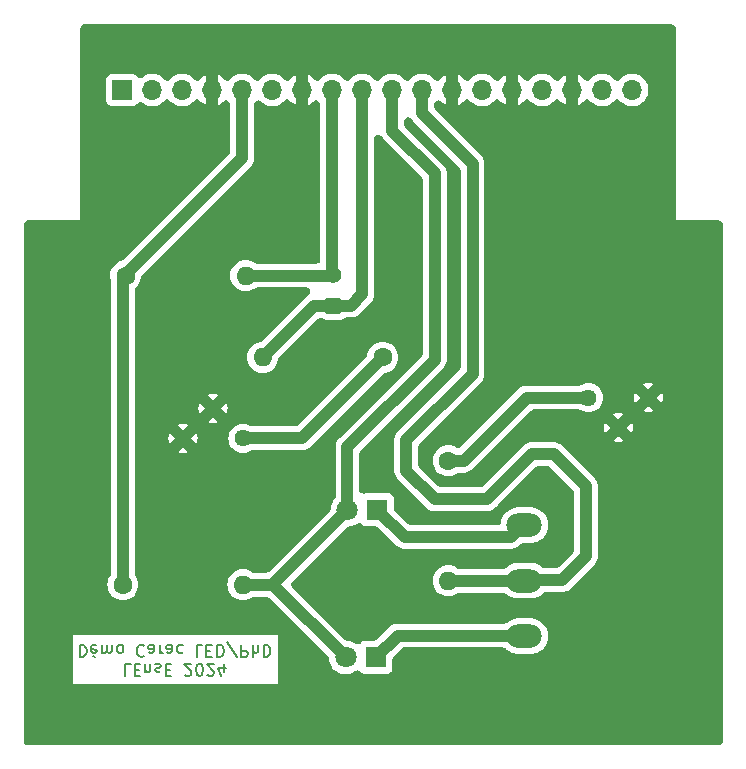
<source format=gbr>
%TF.GenerationSoftware,KiCad,Pcbnew,8.0.0*%
%TF.CreationDate,2024-03-15T09:09:59+01:00*%
%TF.ProjectId,carte_LED_Photodiode_carac,63617274-655f-44c4-9544-5f50686f746f,rev?*%
%TF.SameCoordinates,Original*%
%TF.FileFunction,Copper,L2,Bot*%
%TF.FilePolarity,Positive*%
%FSLAX46Y46*%
G04 Gerber Fmt 4.6, Leading zero omitted, Abs format (unit mm)*
G04 Created by KiCad (PCBNEW 8.0.0) date 2024-03-15 09:09:59*
%MOMM*%
%LPD*%
G01*
G04 APERTURE LIST*
G04 Aperture macros list*
%AMRoundRect*
0 Rectangle with rounded corners*
0 $1 Rounding radius*
0 $2 $3 $4 $5 $6 $7 $8 $9 X,Y pos of 4 corners*
0 Add a 4 corners polygon primitive as box body*
4,1,4,$2,$3,$4,$5,$6,$7,$8,$9,$2,$3,0*
0 Add four circle primitives for the rounded corners*
1,1,$1+$1,$2,$3*
1,1,$1+$1,$4,$5*
1,1,$1+$1,$6,$7*
1,1,$1+$1,$8,$9*
0 Add four rect primitives between the rounded corners*
20,1,$1+$1,$2,$3,$4,$5,0*
20,1,$1+$1,$4,$5,$6,$7,0*
20,1,$1+$1,$6,$7,$8,$9,0*
20,1,$1+$1,$8,$9,$2,$3,0*%
G04 Aperture macros list end*
%ADD10C,0.200000*%
%TA.AperFunction,NonConductor*%
%ADD11C,0.200000*%
%TD*%
%TA.AperFunction,ComponentPad*%
%ADD12O,3.000000X2.000000*%
%TD*%
%TA.AperFunction,ComponentPad*%
%ADD13C,1.440000*%
%TD*%
%TA.AperFunction,ComponentPad*%
%ADD14O,1.600000X1.600000*%
%TD*%
%TA.AperFunction,ComponentPad*%
%ADD15C,1.600000*%
%TD*%
%TA.AperFunction,ComponentPad*%
%ADD16C,1.800000*%
%TD*%
%TA.AperFunction,ComponentPad*%
%ADD17R,1.800000X1.800000*%
%TD*%
%TA.AperFunction,ComponentPad*%
%ADD18RoundRect,0.249200X0.450800X-0.450800X0.450800X0.450800X-0.450800X0.450800X-0.450800X-0.450800X0*%
%TD*%
%TA.AperFunction,ComponentPad*%
%ADD19C,1.400000*%
%TD*%
%TA.AperFunction,ComponentPad*%
%ADD20R,1.700000X1.700000*%
%TD*%
%TA.AperFunction,ComponentPad*%
%ADD21O,1.700000X1.700000*%
%TD*%
%TA.AperFunction,Conductor*%
%ADD22C,1.000000*%
%TD*%
G04 APERTURE END LIST*
D10*
D11*
X184861904Y-94952752D02*
X184385714Y-94952752D01*
X184385714Y-94952752D02*
X184385714Y-95952752D01*
X185195238Y-95476562D02*
X185528571Y-95476562D01*
X185671428Y-94952752D02*
X185195238Y-94952752D01*
X185195238Y-94952752D02*
X185195238Y-95952752D01*
X185195238Y-95952752D02*
X185671428Y-95952752D01*
X186100000Y-95619419D02*
X186100000Y-94952752D01*
X186100000Y-95524181D02*
X186147619Y-95571800D01*
X186147619Y-95571800D02*
X186242857Y-95619419D01*
X186242857Y-95619419D02*
X186385714Y-95619419D01*
X186385714Y-95619419D02*
X186480952Y-95571800D01*
X186480952Y-95571800D02*
X186528571Y-95476562D01*
X186528571Y-95476562D02*
X186528571Y-94952752D01*
X186957143Y-95000372D02*
X187052381Y-94952752D01*
X187052381Y-94952752D02*
X187242857Y-94952752D01*
X187242857Y-94952752D02*
X187338095Y-95000372D01*
X187338095Y-95000372D02*
X187385714Y-95095610D01*
X187385714Y-95095610D02*
X187385714Y-95143229D01*
X187385714Y-95143229D02*
X187338095Y-95238467D01*
X187338095Y-95238467D02*
X187242857Y-95286086D01*
X187242857Y-95286086D02*
X187100000Y-95286086D01*
X187100000Y-95286086D02*
X187004762Y-95333705D01*
X187004762Y-95333705D02*
X186957143Y-95428943D01*
X186957143Y-95428943D02*
X186957143Y-95476562D01*
X186957143Y-95476562D02*
X187004762Y-95571800D01*
X187004762Y-95571800D02*
X187100000Y-95619419D01*
X187100000Y-95619419D02*
X187242857Y-95619419D01*
X187242857Y-95619419D02*
X187338095Y-95571800D01*
X187814286Y-95476562D02*
X188147619Y-95476562D01*
X188290476Y-94952752D02*
X187814286Y-94952752D01*
X187814286Y-94952752D02*
X187814286Y-95952752D01*
X187814286Y-95952752D02*
X188290476Y-95952752D01*
X189433334Y-95857514D02*
X189480953Y-95905133D01*
X189480953Y-95905133D02*
X189576191Y-95952752D01*
X189576191Y-95952752D02*
X189814286Y-95952752D01*
X189814286Y-95952752D02*
X189909524Y-95905133D01*
X189909524Y-95905133D02*
X189957143Y-95857514D01*
X189957143Y-95857514D02*
X190004762Y-95762276D01*
X190004762Y-95762276D02*
X190004762Y-95667038D01*
X190004762Y-95667038D02*
X189957143Y-95524181D01*
X189957143Y-95524181D02*
X189385715Y-94952752D01*
X189385715Y-94952752D02*
X190004762Y-94952752D01*
X190623810Y-95952752D02*
X190719048Y-95952752D01*
X190719048Y-95952752D02*
X190814286Y-95905133D01*
X190814286Y-95905133D02*
X190861905Y-95857514D01*
X190861905Y-95857514D02*
X190909524Y-95762276D01*
X190909524Y-95762276D02*
X190957143Y-95571800D01*
X190957143Y-95571800D02*
X190957143Y-95333705D01*
X190957143Y-95333705D02*
X190909524Y-95143229D01*
X190909524Y-95143229D02*
X190861905Y-95047991D01*
X190861905Y-95047991D02*
X190814286Y-95000372D01*
X190814286Y-95000372D02*
X190719048Y-94952752D01*
X190719048Y-94952752D02*
X190623810Y-94952752D01*
X190623810Y-94952752D02*
X190528572Y-95000372D01*
X190528572Y-95000372D02*
X190480953Y-95047991D01*
X190480953Y-95047991D02*
X190433334Y-95143229D01*
X190433334Y-95143229D02*
X190385715Y-95333705D01*
X190385715Y-95333705D02*
X190385715Y-95571800D01*
X190385715Y-95571800D02*
X190433334Y-95762276D01*
X190433334Y-95762276D02*
X190480953Y-95857514D01*
X190480953Y-95857514D02*
X190528572Y-95905133D01*
X190528572Y-95905133D02*
X190623810Y-95952752D01*
X191338096Y-95857514D02*
X191385715Y-95905133D01*
X191385715Y-95905133D02*
X191480953Y-95952752D01*
X191480953Y-95952752D02*
X191719048Y-95952752D01*
X191719048Y-95952752D02*
X191814286Y-95905133D01*
X191814286Y-95905133D02*
X191861905Y-95857514D01*
X191861905Y-95857514D02*
X191909524Y-95762276D01*
X191909524Y-95762276D02*
X191909524Y-95667038D01*
X191909524Y-95667038D02*
X191861905Y-95524181D01*
X191861905Y-95524181D02*
X191290477Y-94952752D01*
X191290477Y-94952752D02*
X191909524Y-94952752D01*
X192766667Y-95619419D02*
X192766667Y-94952752D01*
X192528572Y-96000372D02*
X192290477Y-95286086D01*
X192290477Y-95286086D02*
X192909524Y-95286086D01*
X180552380Y-93342808D02*
X180552380Y-94342808D01*
X180552380Y-94342808D02*
X180790475Y-94342808D01*
X180790475Y-94342808D02*
X180933332Y-94295189D01*
X180933332Y-94295189D02*
X181028570Y-94199951D01*
X181028570Y-94199951D02*
X181076189Y-94104713D01*
X181076189Y-94104713D02*
X181123808Y-93914237D01*
X181123808Y-93914237D02*
X181123808Y-93771380D01*
X181123808Y-93771380D02*
X181076189Y-93580904D01*
X181076189Y-93580904D02*
X181028570Y-93485666D01*
X181028570Y-93485666D02*
X180933332Y-93390428D01*
X180933332Y-93390428D02*
X180790475Y-93342808D01*
X180790475Y-93342808D02*
X180552380Y-93342808D01*
X181933332Y-93390428D02*
X181838094Y-93342808D01*
X181838094Y-93342808D02*
X181647618Y-93342808D01*
X181647618Y-93342808D02*
X181552380Y-93390428D01*
X181552380Y-93390428D02*
X181504761Y-93485666D01*
X181504761Y-93485666D02*
X181504761Y-93866618D01*
X181504761Y-93866618D02*
X181552380Y-93961856D01*
X181552380Y-93961856D02*
X181647618Y-94009475D01*
X181647618Y-94009475D02*
X181838094Y-94009475D01*
X181838094Y-94009475D02*
X181933332Y-93961856D01*
X181933332Y-93961856D02*
X181980951Y-93866618D01*
X181980951Y-93866618D02*
X181980951Y-93771380D01*
X181980951Y-93771380D02*
X181504761Y-93676142D01*
X181838094Y-94390428D02*
X181695237Y-94247570D01*
X182409523Y-93342808D02*
X182409523Y-94009475D01*
X182409523Y-93914237D02*
X182457142Y-93961856D01*
X182457142Y-93961856D02*
X182552380Y-94009475D01*
X182552380Y-94009475D02*
X182695237Y-94009475D01*
X182695237Y-94009475D02*
X182790475Y-93961856D01*
X182790475Y-93961856D02*
X182838094Y-93866618D01*
X182838094Y-93866618D02*
X182838094Y-93342808D01*
X182838094Y-93866618D02*
X182885713Y-93961856D01*
X182885713Y-93961856D02*
X182980951Y-94009475D01*
X182980951Y-94009475D02*
X183123808Y-94009475D01*
X183123808Y-94009475D02*
X183219047Y-93961856D01*
X183219047Y-93961856D02*
X183266666Y-93866618D01*
X183266666Y-93866618D02*
X183266666Y-93342808D01*
X183885713Y-93342808D02*
X183790475Y-93390428D01*
X183790475Y-93390428D02*
X183742856Y-93438047D01*
X183742856Y-93438047D02*
X183695237Y-93533285D01*
X183695237Y-93533285D02*
X183695237Y-93818999D01*
X183695237Y-93818999D02*
X183742856Y-93914237D01*
X183742856Y-93914237D02*
X183790475Y-93961856D01*
X183790475Y-93961856D02*
X183885713Y-94009475D01*
X183885713Y-94009475D02*
X184028570Y-94009475D01*
X184028570Y-94009475D02*
X184123808Y-93961856D01*
X184123808Y-93961856D02*
X184171427Y-93914237D01*
X184171427Y-93914237D02*
X184219046Y-93818999D01*
X184219046Y-93818999D02*
X184219046Y-93533285D01*
X184219046Y-93533285D02*
X184171427Y-93438047D01*
X184171427Y-93438047D02*
X184123808Y-93390428D01*
X184123808Y-93390428D02*
X184028570Y-93342808D01*
X184028570Y-93342808D02*
X183885713Y-93342808D01*
X185980951Y-93438047D02*
X185933332Y-93390428D01*
X185933332Y-93390428D02*
X185790475Y-93342808D01*
X185790475Y-93342808D02*
X185695237Y-93342808D01*
X185695237Y-93342808D02*
X185552380Y-93390428D01*
X185552380Y-93390428D02*
X185457142Y-93485666D01*
X185457142Y-93485666D02*
X185409523Y-93580904D01*
X185409523Y-93580904D02*
X185361904Y-93771380D01*
X185361904Y-93771380D02*
X185361904Y-93914237D01*
X185361904Y-93914237D02*
X185409523Y-94104713D01*
X185409523Y-94104713D02*
X185457142Y-94199951D01*
X185457142Y-94199951D02*
X185552380Y-94295189D01*
X185552380Y-94295189D02*
X185695237Y-94342808D01*
X185695237Y-94342808D02*
X185790475Y-94342808D01*
X185790475Y-94342808D02*
X185933332Y-94295189D01*
X185933332Y-94295189D02*
X185980951Y-94247570D01*
X186838094Y-93342808D02*
X186838094Y-93866618D01*
X186838094Y-93866618D02*
X186790475Y-93961856D01*
X186790475Y-93961856D02*
X186695237Y-94009475D01*
X186695237Y-94009475D02*
X186504761Y-94009475D01*
X186504761Y-94009475D02*
X186409523Y-93961856D01*
X186838094Y-93390428D02*
X186742856Y-93342808D01*
X186742856Y-93342808D02*
X186504761Y-93342808D01*
X186504761Y-93342808D02*
X186409523Y-93390428D01*
X186409523Y-93390428D02*
X186361904Y-93485666D01*
X186361904Y-93485666D02*
X186361904Y-93580904D01*
X186361904Y-93580904D02*
X186409523Y-93676142D01*
X186409523Y-93676142D02*
X186504761Y-93723761D01*
X186504761Y-93723761D02*
X186742856Y-93723761D01*
X186742856Y-93723761D02*
X186838094Y-93771380D01*
X187314285Y-93342808D02*
X187314285Y-94009475D01*
X187314285Y-93818999D02*
X187361904Y-93914237D01*
X187361904Y-93914237D02*
X187409523Y-93961856D01*
X187409523Y-93961856D02*
X187504761Y-94009475D01*
X187504761Y-94009475D02*
X187599999Y-94009475D01*
X188361904Y-93342808D02*
X188361904Y-93866618D01*
X188361904Y-93866618D02*
X188314285Y-93961856D01*
X188314285Y-93961856D02*
X188219047Y-94009475D01*
X188219047Y-94009475D02*
X188028571Y-94009475D01*
X188028571Y-94009475D02*
X187933333Y-93961856D01*
X188361904Y-93390428D02*
X188266666Y-93342808D01*
X188266666Y-93342808D02*
X188028571Y-93342808D01*
X188028571Y-93342808D02*
X187933333Y-93390428D01*
X187933333Y-93390428D02*
X187885714Y-93485666D01*
X187885714Y-93485666D02*
X187885714Y-93580904D01*
X187885714Y-93580904D02*
X187933333Y-93676142D01*
X187933333Y-93676142D02*
X188028571Y-93723761D01*
X188028571Y-93723761D02*
X188266666Y-93723761D01*
X188266666Y-93723761D02*
X188361904Y-93771380D01*
X189266666Y-93390428D02*
X189171428Y-93342808D01*
X189171428Y-93342808D02*
X188980952Y-93342808D01*
X188980952Y-93342808D02*
X188885714Y-93390428D01*
X188885714Y-93390428D02*
X188838095Y-93438047D01*
X188838095Y-93438047D02*
X188790476Y-93533285D01*
X188790476Y-93533285D02*
X188790476Y-93818999D01*
X188790476Y-93818999D02*
X188838095Y-93914237D01*
X188838095Y-93914237D02*
X188885714Y-93961856D01*
X188885714Y-93961856D02*
X188980952Y-94009475D01*
X188980952Y-94009475D02*
X189171428Y-94009475D01*
X189171428Y-94009475D02*
X189266666Y-93961856D01*
X190933333Y-93342808D02*
X190457143Y-93342808D01*
X190457143Y-93342808D02*
X190457143Y-94342808D01*
X191266667Y-93866618D02*
X191600000Y-93866618D01*
X191742857Y-93342808D02*
X191266667Y-93342808D01*
X191266667Y-93342808D02*
X191266667Y-94342808D01*
X191266667Y-94342808D02*
X191742857Y-94342808D01*
X192171429Y-93342808D02*
X192171429Y-94342808D01*
X192171429Y-94342808D02*
X192409524Y-94342808D01*
X192409524Y-94342808D02*
X192552381Y-94295189D01*
X192552381Y-94295189D02*
X192647619Y-94199951D01*
X192647619Y-94199951D02*
X192695238Y-94104713D01*
X192695238Y-94104713D02*
X192742857Y-93914237D01*
X192742857Y-93914237D02*
X192742857Y-93771380D01*
X192742857Y-93771380D02*
X192695238Y-93580904D01*
X192695238Y-93580904D02*
X192647619Y-93485666D01*
X192647619Y-93485666D02*
X192552381Y-93390428D01*
X192552381Y-93390428D02*
X192409524Y-93342808D01*
X192409524Y-93342808D02*
X192171429Y-93342808D01*
X193885714Y-94390428D02*
X193028572Y-93104713D01*
X194219048Y-93342808D02*
X194219048Y-94342808D01*
X194219048Y-94342808D02*
X194600000Y-94342808D01*
X194600000Y-94342808D02*
X194695238Y-94295189D01*
X194695238Y-94295189D02*
X194742857Y-94247570D01*
X194742857Y-94247570D02*
X194790476Y-94152332D01*
X194790476Y-94152332D02*
X194790476Y-94009475D01*
X194790476Y-94009475D02*
X194742857Y-93914237D01*
X194742857Y-93914237D02*
X194695238Y-93866618D01*
X194695238Y-93866618D02*
X194600000Y-93818999D01*
X194600000Y-93818999D02*
X194219048Y-93818999D01*
X195219048Y-93342808D02*
X195219048Y-94342808D01*
X195647619Y-93342808D02*
X195647619Y-93866618D01*
X195647619Y-93866618D02*
X195600000Y-93961856D01*
X195600000Y-93961856D02*
X195504762Y-94009475D01*
X195504762Y-94009475D02*
X195361905Y-94009475D01*
X195361905Y-94009475D02*
X195266667Y-93961856D01*
X195266667Y-93961856D02*
X195219048Y-93914237D01*
X196123810Y-93342808D02*
X196123810Y-94342808D01*
X196123810Y-94342808D02*
X196361905Y-94342808D01*
X196361905Y-94342808D02*
X196504762Y-94295189D01*
X196504762Y-94295189D02*
X196600000Y-94199951D01*
X196600000Y-94199951D02*
X196647619Y-94104713D01*
X196647619Y-94104713D02*
X196695238Y-93914237D01*
X196695238Y-93914237D02*
X196695238Y-93771380D01*
X196695238Y-93771380D02*
X196647619Y-93580904D01*
X196647619Y-93580904D02*
X196600000Y-93485666D01*
X196600000Y-93485666D02*
X196504762Y-93390428D01*
X196504762Y-93390428D02*
X196361905Y-93342808D01*
X196361905Y-93342808D02*
X196123810Y-93342808D01*
D12*
%TO.P,SW1,3,C*%
%TO.N,Net-(D2-K)*%
X218200000Y-83200000D03*
%TO.P,SW1,2,B*%
%TO.N,OUT4*%
X218200000Y-87900000D03*
%TO.P,SW1,1,A*%
%TO.N,Net-(D3-K)*%
X218200000Y-92600000D03*
%TD*%
D13*
%TO.P,RV2,3,3*%
%TO.N,GND*%
X228700000Y-72400000D03*
%TO.P,RV2,2,2*%
X226160000Y-74940000D03*
%TO.P,RV2,1,1*%
%TO.N,Net-(R4-Pad1)*%
X223620000Y-72400000D03*
%TD*%
%TO.P,RV1,1,1*%
%TO.N,Net-(R2-Pad1)*%
X194370000Y-75850000D03*
%TO.P,RV1,2,2*%
%TO.N,GND*%
X191830000Y-73310000D03*
%TO.P,RV1,3,3*%
X189290000Y-75850000D03*
%TD*%
D14*
%TO.P,R4,2*%
%TO.N,OUT4*%
X211750000Y-87910000D03*
D15*
%TO.P,R4,1*%
%TO.N,Net-(R4-Pad1)*%
X211750000Y-77750000D03*
%TD*%
D14*
%TO.P,R3,2*%
%TO.N,OUT3*%
X194360000Y-88250000D03*
D15*
%TO.P,R3,1*%
%TO.N,IN1*%
X184200000Y-88250000D03*
%TD*%
D14*
%TO.P,R2,2*%
%TO.N,OUT2*%
X196040000Y-69000000D03*
D15*
%TO.P,R2,1*%
%TO.N,Net-(R2-Pad1)*%
X206200000Y-69000000D03*
%TD*%
%TO.P,R1,1*%
%TO.N,IN1*%
X184440000Y-62070000D03*
D14*
%TO.P,R1,2*%
%TO.N,OUT1*%
X194600000Y-62070000D03*
%TD*%
D16*
%TO.P,D3,2,A*%
%TO.N,OUT3*%
X203060000Y-94400000D03*
D17*
%TO.P,D3,1,K*%
%TO.N,Net-(D3-K)*%
X205600000Y-94400000D03*
%TD*%
D16*
%TO.P,D2,2,A*%
%TO.N,OUT3*%
X203210000Y-81900000D03*
D17*
%TO.P,D2,1,K*%
%TO.N,Net-(D2-K)*%
X205750000Y-81900000D03*
%TD*%
D18*
%TO.P,D1,1,K*%
%TO.N,OUT2*%
X202020000Y-64610000D03*
D19*
%TO.P,D1,2,A*%
%TO.N,OUT1*%
X202020000Y-62050000D03*
%TD*%
D20*
%TO.P,J1,1,Pin_1*%
%TO.N,unconnected-(J1-Pin_1-Pad1)*%
X184150000Y-46355000D03*
D21*
%TO.P,J1,2,Pin_2*%
%TO.N,unconnected-(J1-Pin_2-Pad2)*%
X186690000Y-46355000D03*
%TO.P,J1,3,Pin_3*%
%TO.N,unconnected-(J1-Pin_3-Pad3)*%
X189230000Y-46355000D03*
%TO.P,J1,4,Pin_4*%
%TO.N,GND*%
X191770000Y-46355000D03*
%TO.P,J1,5,Pin_5*%
%TO.N,IN1*%
X194310000Y-46355000D03*
%TO.P,J1,6,Pin_6*%
%TO.N,IN2*%
X196850000Y-46355000D03*
%TO.P,J1,7,Pin_7*%
%TO.N,GND*%
X199390000Y-46355000D03*
%TO.P,J1,8,Pin_8*%
%TO.N,OUT1*%
X201930000Y-46355000D03*
%TO.P,J1,9,Pin_9*%
%TO.N,OUT2*%
X204470000Y-46355000D03*
%TO.P,J1,10,Pin_10*%
%TO.N,OUT3*%
X207010000Y-46355000D03*
%TO.P,J1,11,Pin_11*%
%TO.N,OUT4*%
X209550000Y-46355000D03*
%TO.P,J1,12,Pin_12*%
%TO.N,GND*%
X212090000Y-46355000D03*
%TO.P,J1,13,Pin_13*%
%TO.N,-15V*%
X214630000Y-46355000D03*
%TO.P,J1,14,Pin_14*%
%TO.N,GND*%
X217170000Y-46355000D03*
%TO.P,J1,15,Pin_15*%
%TO.N,+15V*%
X219710000Y-46355000D03*
%TO.P,J1,16,Pin_16*%
%TO.N,GND*%
X222250000Y-46355000D03*
%TO.P,J1,17,Pin_17*%
%TO.N,5V*%
X224790000Y-46355000D03*
%TO.P,J1,18,Pin_18*%
%TO.N,3.3V*%
X227330000Y-46355000D03*
%TD*%
D22*
%TO.N,IN1*%
X194310000Y-52090000D02*
X194310000Y-46355000D01*
X184200000Y-62200000D02*
X194310000Y-52090000D01*
X184200000Y-71950000D02*
X184200000Y-62200000D01*
%TO.N,OUT3*%
X207010000Y-49810000D02*
X207010000Y-46355000D01*
X210600000Y-53400000D02*
X207010000Y-49810000D01*
X210600000Y-69200000D02*
X210600000Y-53400000D01*
X203210000Y-76590000D02*
X210600000Y-69200000D01*
X203210000Y-81900000D02*
X203210000Y-76590000D01*
%TO.N,OUT4*%
X209550000Y-48350000D02*
X209550000Y-46355000D01*
X213800000Y-52600000D02*
X209550000Y-48350000D01*
X208200000Y-76000000D02*
X213800000Y-70400000D01*
X208200000Y-78600000D02*
X208200000Y-76000000D01*
X210600000Y-81000000D02*
X208200000Y-78600000D01*
X215000000Y-81000000D02*
X210600000Y-81000000D01*
X220700000Y-77200000D02*
X218800000Y-77200000D01*
X223400000Y-79900000D02*
X220700000Y-77200000D01*
X213800000Y-70400000D02*
X213800000Y-52600000D01*
X221400000Y-87850000D02*
X223400000Y-85850000D01*
X218100000Y-87850000D02*
X221400000Y-87850000D01*
X218040000Y-87910000D02*
X218100000Y-87850000D01*
X223400000Y-85850000D02*
X223400000Y-79900000D01*
X211750000Y-87910000D02*
X218040000Y-87910000D01*
X218800000Y-77200000D02*
X215000000Y-81000000D01*
%TO.N,Net-(D2-K)*%
X217050000Y-84200000D02*
X208050000Y-84200000D01*
X218100000Y-83150000D02*
X217050000Y-84200000D01*
X208050000Y-84200000D02*
X205750000Y-81900000D01*
%TO.N,OUT2*%
X196040000Y-68960000D02*
X196040000Y-69000000D01*
X200390000Y-64610000D02*
X196040000Y-68960000D01*
X202020000Y-64610000D02*
X200390000Y-64610000D01*
%TO.N,Net-(R2-Pad1)*%
X199350000Y-75850000D02*
X206200000Y-69000000D01*
X194370000Y-75850000D02*
X199350000Y-75850000D01*
%TO.N,Net-(R4-Pad1)*%
X218400000Y-72400000D02*
X223620000Y-72400000D01*
X213050000Y-77750000D02*
X218400000Y-72400000D01*
X211750000Y-77750000D02*
X213050000Y-77750000D01*
%TO.N,Net-(D3-K)*%
X205600000Y-94400000D02*
X207450000Y-92550000D01*
%TO.N,OUT3*%
X196910000Y-88250000D02*
X203060000Y-94400000D01*
%TO.N,IN1*%
X184200000Y-72190000D02*
X184200000Y-88250000D01*
%TO.N,OUT2*%
X204470000Y-63650000D02*
X203510000Y-64610000D01*
X203510000Y-64610000D02*
X202020000Y-64610000D01*
X204470000Y-46355000D02*
X204470000Y-63650000D01*
%TO.N,OUT1*%
X201930000Y-61960000D02*
X202020000Y-62050000D01*
X201930000Y-46355000D02*
X201930000Y-61960000D01*
%TO.N,Net-(R2-Pad1)*%
X206200000Y-69000000D02*
X206200000Y-68920000D01*
%TO.N,Net-(D3-K)*%
X218100000Y-92550000D02*
X207450000Y-92550000D01*
%TO.N,OUT3*%
X196860000Y-88250000D02*
X196910000Y-88250000D01*
X196860000Y-88250000D02*
X203210000Y-81900000D01*
X194580000Y-88250000D02*
X196860000Y-88250000D01*
%TO.N,OUT1*%
X201920000Y-62070000D02*
X194600000Y-62070000D01*
X202050000Y-61940000D02*
X201920000Y-62070000D01*
%TO.N,IN1*%
X184440000Y-62070000D02*
X184420000Y-62050000D01*
%TD*%
%TA.AperFunction,Conductor*%
%TO.N,GND*%
G36*
X230764320Y-40818910D02*
G01*
X230865360Y-40873590D01*
X230943171Y-40958115D01*
X230989321Y-41063326D01*
X231000000Y-41149000D01*
X231000000Y-57400000D01*
X234651000Y-57400000D01*
X234764320Y-57418910D01*
X234865360Y-57473590D01*
X234943171Y-57558115D01*
X234989321Y-57663326D01*
X235000000Y-57749000D01*
X235000000Y-101451000D01*
X234981090Y-101564320D01*
X234926410Y-101665360D01*
X234841885Y-101743171D01*
X234736674Y-101789321D01*
X234651000Y-101800000D01*
X176149000Y-101800000D01*
X176035680Y-101781090D01*
X175934640Y-101726410D01*
X175856829Y-101641885D01*
X175810679Y-101536674D01*
X175800000Y-101451000D01*
X175800000Y-92489349D01*
X179938880Y-92489349D01*
X179938880Y-96615017D01*
X197310522Y-96615017D01*
X197310522Y-92489349D01*
X179938880Y-92489349D01*
X175800000Y-92489349D01*
X175800000Y-57749000D01*
X175818910Y-57635680D01*
X175873590Y-57534640D01*
X175958115Y-57456829D01*
X176063326Y-57410679D01*
X176149000Y-57400000D01*
X180600000Y-57400000D01*
X180600000Y-47253645D01*
X182791500Y-47253645D01*
X182798010Y-47314199D01*
X182849110Y-47451203D01*
X182868803Y-47477510D01*
X182936739Y-47568261D01*
X183053796Y-47655889D01*
X183190799Y-47706989D01*
X183197528Y-47707712D01*
X183251354Y-47713500D01*
X183251362Y-47713500D01*
X185048646Y-47713500D01*
X185097088Y-47708291D01*
X185109201Y-47706989D01*
X185246204Y-47655889D01*
X185363261Y-47568261D01*
X185398193Y-47521596D01*
X185481237Y-47442215D01*
X185585562Y-47394097D01*
X185699858Y-47382460D01*
X185811740Y-47408565D01*
X185891939Y-47455338D01*
X185944424Y-47496189D01*
X185944426Y-47496190D01*
X185944434Y-47496195D01*
X186120673Y-47591570D01*
X186142426Y-47603342D01*
X186355365Y-47676444D01*
X186577431Y-47713500D01*
X186577432Y-47713500D01*
X186802568Y-47713500D01*
X186802569Y-47713500D01*
X187024635Y-47676444D01*
X187237574Y-47603342D01*
X187435576Y-47496189D01*
X187613240Y-47357906D01*
X187703233Y-47260147D01*
X187793894Y-47189584D01*
X187902557Y-47152280D01*
X188017444Y-47152280D01*
X188126106Y-47189584D01*
X188216766Y-47260147D01*
X188226964Y-47271225D01*
X188306752Y-47357898D01*
X188306760Y-47357906D01*
X188484424Y-47496189D01*
X188484430Y-47496192D01*
X188484434Y-47496195D01*
X188660673Y-47591570D01*
X188682426Y-47603342D01*
X188895365Y-47676444D01*
X189117431Y-47713500D01*
X189117432Y-47713500D01*
X189342568Y-47713500D01*
X189342569Y-47713500D01*
X189564635Y-47676444D01*
X189777574Y-47603342D01*
X189975576Y-47496189D01*
X190153240Y-47357906D01*
X190243576Y-47259775D01*
X190334233Y-47189214D01*
X190442895Y-47151910D01*
X190557783Y-47151910D01*
X190666445Y-47189213D01*
X190757107Y-47259778D01*
X190757108Y-47259779D01*
X190847102Y-47357538D01*
X191024696Y-47495766D01*
X191024703Y-47495770D01*
X191222627Y-47602882D01*
X191269999Y-47619144D01*
X191270000Y-47619144D01*
X191270000Y-46420826D01*
X191304075Y-46547993D01*
X191369901Y-46662007D01*
X191462993Y-46755099D01*
X191577007Y-46820925D01*
X191704174Y-46855000D01*
X191835826Y-46855000D01*
X191962993Y-46820925D01*
X192077007Y-46755099D01*
X192170099Y-46662007D01*
X192235925Y-46547993D01*
X192270000Y-46420826D01*
X192270000Y-47619144D01*
X192317372Y-47602882D01*
X192515296Y-47495770D01*
X192515303Y-47495766D01*
X192692896Y-47357539D01*
X192695724Y-47354468D01*
X192699022Y-47351900D01*
X192703518Y-47347762D01*
X192703860Y-47348134D01*
X192786383Y-47283900D01*
X192895044Y-47246592D01*
X193009931Y-47246588D01*
X193118595Y-47283888D01*
X193209259Y-47354450D01*
X193272100Y-47450627D01*
X193300307Y-47561997D01*
X193301500Y-47590830D01*
X193301500Y-51527705D01*
X193282590Y-51641025D01*
X193227910Y-51742065D01*
X193199280Y-51774485D01*
X184258087Y-60715677D01*
X184164587Y-60782435D01*
X184101638Y-60806004D01*
X183990763Y-60835713D01*
X183990755Y-60835716D01*
X183783252Y-60932476D01*
X183595696Y-61063805D01*
X183595692Y-61063808D01*
X183433808Y-61225692D01*
X183433805Y-61225696D01*
X183302476Y-61413252D01*
X183205715Y-61620758D01*
X183146456Y-61841913D01*
X183126502Y-62069999D01*
X183126502Y-62070000D01*
X183146456Y-62298086D01*
X183179608Y-62421806D01*
X183191500Y-62512135D01*
X183191500Y-72066471D01*
X183190172Y-72066471D01*
X183190172Y-72073529D01*
X183191500Y-72073529D01*
X183191500Y-87298948D01*
X183172590Y-87412268D01*
X183128384Y-87499126D01*
X183062478Y-87593248D01*
X183062477Y-87593250D01*
X182965715Y-87800758D01*
X182906456Y-88021913D01*
X182886502Y-88249999D01*
X182886502Y-88250000D01*
X182906456Y-88478086D01*
X182965715Y-88699241D01*
X182965716Y-88699243D01*
X183062477Y-88906749D01*
X183193802Y-89094300D01*
X183193805Y-89094303D01*
X183193808Y-89094307D01*
X183355692Y-89256191D01*
X183355696Y-89256194D01*
X183355700Y-89256198D01*
X183543251Y-89387523D01*
X183750757Y-89484284D01*
X183971913Y-89543543D01*
X184200000Y-89563498D01*
X184428087Y-89543543D01*
X184649243Y-89484284D01*
X184856749Y-89387523D01*
X185044300Y-89256198D01*
X185206198Y-89094300D01*
X185337523Y-88906749D01*
X185434284Y-88699243D01*
X185493543Y-88478087D01*
X185513498Y-88250000D01*
X185493543Y-88021913D01*
X185434284Y-87800757D01*
X185337523Y-87593251D01*
X185271616Y-87499126D01*
X185222108Y-87395454D01*
X185208500Y-87298948D01*
X185208500Y-76998924D01*
X188848181Y-76998924D01*
X188868394Y-77008350D01*
X188868397Y-77008351D01*
X189075942Y-77063963D01*
X189075947Y-77063964D01*
X189290000Y-77082690D01*
X189504052Y-77063964D01*
X189504057Y-77063963D01*
X189711602Y-77008351D01*
X189711605Y-77008350D01*
X189731817Y-76998925D01*
X189731817Y-76998924D01*
X189290001Y-76557107D01*
X188848181Y-76998924D01*
X185208500Y-76998924D01*
X185208500Y-75850000D01*
X188057309Y-75850000D01*
X188076035Y-76064052D01*
X188076036Y-76064057D01*
X188131648Y-76271603D01*
X188141074Y-76291818D01*
X188530232Y-75902661D01*
X188890000Y-75902661D01*
X188917259Y-76004394D01*
X188969920Y-76095606D01*
X189044394Y-76170080D01*
X189135606Y-76222741D01*
X189237339Y-76250000D01*
X189342661Y-76250000D01*
X189444394Y-76222741D01*
X189535606Y-76170080D01*
X189610080Y-76095606D01*
X189662741Y-76004394D01*
X189690000Y-75902661D01*
X189690000Y-75850000D01*
X189997107Y-75850000D01*
X190438924Y-76291817D01*
X190438925Y-76291817D01*
X190448350Y-76271605D01*
X190448351Y-76271602D01*
X190503963Y-76064057D01*
X190503964Y-76064052D01*
X190522690Y-75850000D01*
X193136807Y-75850000D01*
X193155541Y-76064141D01*
X193189668Y-76191500D01*
X193211131Y-76271603D01*
X193211178Y-76271776D01*
X193211178Y-76271778D01*
X193302023Y-76466596D01*
X193425318Y-76642680D01*
X193425325Y-76642688D01*
X193577311Y-76794674D01*
X193577319Y-76794681D01*
X193753403Y-76917976D01*
X193948223Y-77008822D01*
X194155858Y-77064458D01*
X194370000Y-77083193D01*
X194584142Y-77064458D01*
X194791777Y-77008822D01*
X194986597Y-76917976D01*
X194986601Y-76917972D01*
X194999788Y-76910360D01*
X195000907Y-76912298D01*
X195085081Y-76872105D01*
X195181577Y-76858500D01*
X199449325Y-76858500D01*
X199449329Y-76858500D01*
X199644169Y-76819744D01*
X199827704Y-76743721D01*
X199992881Y-76633353D01*
X200133353Y-76492881D01*
X206234461Y-70391771D01*
X206327958Y-70325016D01*
X206420652Y-70294853D01*
X206428076Y-70293543D01*
X206428087Y-70293543D01*
X206649243Y-70234284D01*
X206856749Y-70137523D01*
X207044300Y-70006198D01*
X207206198Y-69844300D01*
X207337523Y-69656749D01*
X207434284Y-69449243D01*
X207493543Y-69228087D01*
X207513498Y-69000000D01*
X207503671Y-68887682D01*
X207493543Y-68771913D01*
X207434284Y-68550758D01*
X207337523Y-68343252D01*
X207337523Y-68343251D01*
X207206198Y-68155700D01*
X207206194Y-68155696D01*
X207206191Y-68155692D01*
X207044307Y-67993808D01*
X207044303Y-67993805D01*
X207044300Y-67993802D01*
X206856749Y-67862477D01*
X206649243Y-67765716D01*
X206649241Y-67765715D01*
X206428086Y-67706456D01*
X206200000Y-67686502D01*
X205971913Y-67706456D01*
X205750758Y-67765715D01*
X205543252Y-67862476D01*
X205355696Y-67993805D01*
X205355692Y-67993808D01*
X205193808Y-68155692D01*
X205193805Y-68155696D01*
X205062476Y-68343252D01*
X204965715Y-68550758D01*
X204906455Y-68771916D01*
X204905142Y-68779368D01*
X204866840Y-68887682D01*
X204808225Y-68965539D01*
X199034486Y-74739280D01*
X198940986Y-74806038D01*
X198830875Y-74838820D01*
X198787706Y-74841500D01*
X195181577Y-74841500D01*
X195068257Y-74822590D01*
X195000633Y-74788174D01*
X194999788Y-74789640D01*
X194986596Y-74782023D01*
X194791777Y-74691178D01*
X194584141Y-74635541D01*
X194370000Y-74616807D01*
X194155858Y-74635541D01*
X193948223Y-74691178D01*
X193948217Y-74691180D01*
X193753410Y-74782020D01*
X193753404Y-74782023D01*
X193577320Y-74905317D01*
X193425317Y-75057320D01*
X193302023Y-75233404D01*
X193302020Y-75233410D01*
X193211180Y-75428217D01*
X193211178Y-75428223D01*
X193155541Y-75635858D01*
X193136807Y-75849999D01*
X193136807Y-75850000D01*
X190522690Y-75850000D01*
X190503964Y-75635947D01*
X190503963Y-75635942D01*
X190448351Y-75428397D01*
X190448350Y-75428394D01*
X190438924Y-75408181D01*
X189997107Y-75850000D01*
X189690000Y-75850000D01*
X189690000Y-75797339D01*
X189662741Y-75695606D01*
X189610080Y-75604394D01*
X189535606Y-75529920D01*
X189444394Y-75477259D01*
X189342661Y-75450000D01*
X189237339Y-75450000D01*
X189135606Y-75477259D01*
X189044394Y-75529920D01*
X188969920Y-75604394D01*
X188917259Y-75695606D01*
X188890000Y-75797339D01*
X188890000Y-75902661D01*
X188530232Y-75902661D01*
X188582893Y-75850000D01*
X188582893Y-75849999D01*
X188141074Y-75408180D01*
X188131650Y-75428391D01*
X188131648Y-75428398D01*
X188076036Y-75635942D01*
X188076035Y-75635947D01*
X188057309Y-75850000D01*
X185208500Y-75850000D01*
X185208500Y-74701074D01*
X188848180Y-74701074D01*
X189290000Y-75142893D01*
X189290001Y-75142893D01*
X189731818Y-74701074D01*
X189711603Y-74691648D01*
X189504057Y-74636036D01*
X189504052Y-74636035D01*
X189290000Y-74617309D01*
X189075947Y-74636035D01*
X189075942Y-74636036D01*
X188868398Y-74691648D01*
X188868391Y-74691650D01*
X188848180Y-74701074D01*
X185208500Y-74701074D01*
X185208500Y-74458924D01*
X191388181Y-74458924D01*
X191408394Y-74468350D01*
X191408397Y-74468351D01*
X191615942Y-74523963D01*
X191615947Y-74523964D01*
X191830000Y-74542690D01*
X192044052Y-74523964D01*
X192044057Y-74523963D01*
X192251602Y-74468351D01*
X192251605Y-74468350D01*
X192271817Y-74458925D01*
X192271817Y-74458924D01*
X191830001Y-74017107D01*
X191388181Y-74458924D01*
X185208500Y-74458924D01*
X185208500Y-73310000D01*
X190597309Y-73310000D01*
X190616035Y-73524052D01*
X190616036Y-73524057D01*
X190671648Y-73731603D01*
X190681074Y-73751818D01*
X191070232Y-73362661D01*
X191430000Y-73362661D01*
X191457259Y-73464394D01*
X191509920Y-73555606D01*
X191584394Y-73630080D01*
X191675606Y-73682741D01*
X191777339Y-73710000D01*
X191882661Y-73710000D01*
X191984394Y-73682741D01*
X192075606Y-73630080D01*
X192150080Y-73555606D01*
X192202741Y-73464394D01*
X192230000Y-73362661D01*
X192230000Y-73310000D01*
X192537107Y-73310000D01*
X192978924Y-73751817D01*
X192978925Y-73751817D01*
X192988350Y-73731605D01*
X192988351Y-73731602D01*
X193043963Y-73524057D01*
X193043964Y-73524052D01*
X193062690Y-73310000D01*
X193043964Y-73095947D01*
X193043963Y-73095942D01*
X192988351Y-72888397D01*
X192988350Y-72888394D01*
X192978924Y-72868181D01*
X192537107Y-73310000D01*
X192230000Y-73310000D01*
X192230000Y-73257339D01*
X192202741Y-73155606D01*
X192150080Y-73064394D01*
X192075606Y-72989920D01*
X191984394Y-72937259D01*
X191882661Y-72910000D01*
X191777339Y-72910000D01*
X191675606Y-72937259D01*
X191584394Y-72989920D01*
X191509920Y-73064394D01*
X191457259Y-73155606D01*
X191430000Y-73257339D01*
X191430000Y-73362661D01*
X191070232Y-73362661D01*
X191122893Y-73310000D01*
X191122893Y-73309999D01*
X190681074Y-72868180D01*
X190671650Y-72888391D01*
X190671648Y-72888398D01*
X190616036Y-73095942D01*
X190616035Y-73095947D01*
X190597309Y-73310000D01*
X185208500Y-73310000D01*
X185208500Y-72161074D01*
X191388180Y-72161074D01*
X191830000Y-72602893D01*
X191830001Y-72602893D01*
X192271818Y-72161074D01*
X192251603Y-72151648D01*
X192044057Y-72096036D01*
X192044052Y-72096035D01*
X191830000Y-72077309D01*
X191615947Y-72096035D01*
X191615942Y-72096036D01*
X191408398Y-72151648D01*
X191408391Y-72151650D01*
X191388180Y-72161074D01*
X185208500Y-72161074D01*
X185208500Y-72073525D01*
X185209840Y-72073525D01*
X185209840Y-72066475D01*
X185208500Y-72066475D01*
X185208500Y-63296558D01*
X185227410Y-63183238D01*
X185282090Y-63082198D01*
X185310721Y-63049777D01*
X185446192Y-62914306D01*
X185446198Y-62914300D01*
X185577523Y-62726749D01*
X185674284Y-62519243D01*
X185733543Y-62298087D01*
X185742164Y-62199539D01*
X185770877Y-62088300D01*
X185834155Y-61992410D01*
X185843029Y-61983203D01*
X195093353Y-52732881D01*
X195203721Y-52567704D01*
X195279744Y-52384169D01*
X195318500Y-52189329D01*
X195318500Y-51990671D01*
X195318500Y-47591570D01*
X195337410Y-47478250D01*
X195392090Y-47377210D01*
X195476615Y-47299399D01*
X195581826Y-47253249D01*
X195696320Y-47243762D01*
X195807692Y-47271965D01*
X195903871Y-47334802D01*
X195924270Y-47355202D01*
X195926751Y-47357898D01*
X195926754Y-47357900D01*
X195926760Y-47357906D01*
X196104424Y-47496189D01*
X196104430Y-47496192D01*
X196104434Y-47496195D01*
X196280673Y-47591570D01*
X196302426Y-47603342D01*
X196515365Y-47676444D01*
X196737431Y-47713500D01*
X196737432Y-47713500D01*
X196962568Y-47713500D01*
X196962569Y-47713500D01*
X197184635Y-47676444D01*
X197397574Y-47603342D01*
X197595576Y-47496189D01*
X197773240Y-47357906D01*
X197863576Y-47259775D01*
X197954233Y-47189214D01*
X198062895Y-47151910D01*
X198177783Y-47151910D01*
X198286445Y-47189213D01*
X198377107Y-47259778D01*
X198377108Y-47259779D01*
X198467102Y-47357538D01*
X198644696Y-47495766D01*
X198644703Y-47495770D01*
X198842627Y-47602882D01*
X198889999Y-47619144D01*
X198890000Y-47619144D01*
X198890000Y-46420826D01*
X198924075Y-46547993D01*
X198989901Y-46662007D01*
X199082993Y-46755099D01*
X199197007Y-46820925D01*
X199324174Y-46855000D01*
X199455826Y-46855000D01*
X199582993Y-46820925D01*
X199697007Y-46755099D01*
X199790099Y-46662007D01*
X199855925Y-46547993D01*
X199890000Y-46420826D01*
X199890000Y-47619144D01*
X199937372Y-47602882D01*
X200135296Y-47495770D01*
X200135303Y-47495766D01*
X200312896Y-47357539D01*
X200315724Y-47354468D01*
X200319022Y-47351900D01*
X200323518Y-47347762D01*
X200323860Y-47348134D01*
X200406383Y-47283900D01*
X200515044Y-47246592D01*
X200629931Y-47246588D01*
X200738595Y-47283888D01*
X200829259Y-47354450D01*
X200892100Y-47450627D01*
X200920307Y-47561997D01*
X200921500Y-47590830D01*
X200921500Y-60712500D01*
X200902590Y-60825820D01*
X200847910Y-60926860D01*
X200763385Y-61004671D01*
X200658174Y-61050821D01*
X200572500Y-61061500D01*
X195551052Y-61061500D01*
X195437732Y-61042590D01*
X195350873Y-60998383D01*
X195256757Y-60932482D01*
X195256751Y-60932478D01*
X195049241Y-60835715D01*
X194828086Y-60776456D01*
X194600000Y-60756502D01*
X194371913Y-60776456D01*
X194150758Y-60835715D01*
X193943252Y-60932476D01*
X193755696Y-61063805D01*
X193755692Y-61063808D01*
X193593808Y-61225692D01*
X193593805Y-61225696D01*
X193462476Y-61413252D01*
X193365715Y-61620758D01*
X193306456Y-61841913D01*
X193286502Y-62069999D01*
X193286502Y-62070000D01*
X193306456Y-62298086D01*
X193363811Y-62512135D01*
X193365716Y-62519243D01*
X193462477Y-62726749D01*
X193593802Y-62914300D01*
X193593805Y-62914303D01*
X193593808Y-62914307D01*
X193755692Y-63076191D01*
X193755696Y-63076194D01*
X193755700Y-63076198D01*
X193943251Y-63207523D01*
X194150757Y-63304284D01*
X194371913Y-63363543D01*
X194600000Y-63383498D01*
X194828087Y-63363543D01*
X195049243Y-63304284D01*
X195256749Y-63207523D01*
X195291826Y-63182961D01*
X195350873Y-63141617D01*
X195454545Y-63092109D01*
X195551052Y-63078500D01*
X199716301Y-63078500D01*
X199829621Y-63097410D01*
X199930661Y-63152090D01*
X200008472Y-63236615D01*
X200054622Y-63341826D01*
X200064109Y-63456320D01*
X200035906Y-63567692D01*
X199973069Y-63663871D01*
X199910196Y-63717682D01*
X199747117Y-63826648D01*
X199747114Y-63826650D01*
X195953709Y-67620055D01*
X195860209Y-67686813D01*
X195797259Y-67710383D01*
X195590757Y-67765716D01*
X195383252Y-67862476D01*
X195195696Y-67993805D01*
X195195692Y-67993808D01*
X195033808Y-68155692D01*
X195033805Y-68155696D01*
X194902476Y-68343252D01*
X194805715Y-68550758D01*
X194746456Y-68771913D01*
X194726502Y-68999999D01*
X194726502Y-69000000D01*
X194746456Y-69228086D01*
X194765546Y-69299329D01*
X194805716Y-69449243D01*
X194902477Y-69656749D01*
X195033802Y-69844300D01*
X195033805Y-69844303D01*
X195033808Y-69844307D01*
X195195692Y-70006191D01*
X195195696Y-70006194D01*
X195195700Y-70006198D01*
X195383251Y-70137523D01*
X195590757Y-70234284D01*
X195811913Y-70293543D01*
X196040000Y-70313498D01*
X196268087Y-70293543D01*
X196489243Y-70234284D01*
X196696749Y-70137523D01*
X196884300Y-70006198D01*
X197046198Y-69844300D01*
X197177523Y-69656749D01*
X197274284Y-69449243D01*
X197333543Y-69228087D01*
X197335453Y-69206255D01*
X197364165Y-69095014D01*
X197427442Y-68999123D01*
X197436317Y-68989915D01*
X200697427Y-65728806D01*
X200790924Y-65662051D01*
X200901035Y-65629269D01*
X201015824Y-65634017D01*
X201122852Y-65675779D01*
X201127420Y-65678549D01*
X201246798Y-65752182D01*
X201246799Y-65752182D01*
X201246802Y-65752184D01*
X201414937Y-65807898D01*
X201518712Y-65818500D01*
X201518714Y-65818500D01*
X202521286Y-65818500D01*
X202521288Y-65818500D01*
X202625063Y-65807898D01*
X202793198Y-65752184D01*
X202832663Y-65727841D01*
X202925694Y-65670460D01*
X203032070Y-65627064D01*
X203108910Y-65618500D01*
X203609325Y-65618500D01*
X203609329Y-65618500D01*
X203804169Y-65579744D01*
X203987704Y-65503721D01*
X204152881Y-65393353D01*
X204293353Y-65252881D01*
X205253353Y-64292881D01*
X205363721Y-64127704D01*
X205414573Y-64004937D01*
X205439744Y-63944169D01*
X205478500Y-63749329D01*
X205478500Y-50483698D01*
X205497410Y-50370378D01*
X205552090Y-50269338D01*
X205636615Y-50191527D01*
X205741826Y-50145377D01*
X205856320Y-50135890D01*
X205967692Y-50164093D01*
X206063871Y-50226930D01*
X206117679Y-50289799D01*
X206226647Y-50452881D01*
X206226650Y-50452885D01*
X209489280Y-53715514D01*
X209556038Y-53809014D01*
X209588820Y-53919125D01*
X209591500Y-53962294D01*
X209591500Y-68637706D01*
X209572590Y-68751026D01*
X209517910Y-68852066D01*
X209489280Y-68884486D01*
X202567118Y-75806648D01*
X202426650Y-75947114D01*
X202426648Y-75947117D01*
X202316279Y-76112295D01*
X202240256Y-76295830D01*
X202201500Y-76490666D01*
X202201500Y-80779706D01*
X202182590Y-80893026D01*
X202127910Y-80994066D01*
X202109268Y-81016077D01*
X202094689Y-81031913D01*
X202094687Y-81031915D01*
X202094686Y-81031917D01*
X201967016Y-81227331D01*
X201967015Y-81227333D01*
X201873251Y-81441092D01*
X201815948Y-81667376D01*
X201808403Y-81758432D01*
X201780199Y-81869803D01*
X201717361Y-81965982D01*
X201707375Y-81976389D01*
X196544486Y-87139280D01*
X196450986Y-87206038D01*
X196340875Y-87238820D01*
X196297706Y-87241500D01*
X195311052Y-87241500D01*
X195197732Y-87222590D01*
X195110873Y-87178383D01*
X195016757Y-87112482D01*
X195016751Y-87112478D01*
X194809241Y-87015715D01*
X194588086Y-86956456D01*
X194360000Y-86936502D01*
X194131913Y-86956456D01*
X193910758Y-87015715D01*
X193703252Y-87112476D01*
X193664972Y-87139280D01*
X193569633Y-87206038D01*
X193515696Y-87243805D01*
X193515692Y-87243808D01*
X193353808Y-87405692D01*
X193353805Y-87405696D01*
X193353802Y-87405699D01*
X193353802Y-87405700D01*
X193349203Y-87412268D01*
X193222476Y-87593252D01*
X193125715Y-87800758D01*
X193066456Y-88021913D01*
X193046502Y-88249999D01*
X193046502Y-88250000D01*
X193066456Y-88478086D01*
X193125715Y-88699241D01*
X193125716Y-88699243D01*
X193222477Y-88906749D01*
X193353802Y-89094300D01*
X193353805Y-89094303D01*
X193353808Y-89094307D01*
X193515692Y-89256191D01*
X193515696Y-89256194D01*
X193515700Y-89256198D01*
X193703251Y-89387523D01*
X193910757Y-89484284D01*
X194131913Y-89543543D01*
X194360000Y-89563498D01*
X194588087Y-89543543D01*
X194809243Y-89484284D01*
X195016749Y-89387523D01*
X195051826Y-89362961D01*
X195110873Y-89321617D01*
X195214545Y-89272109D01*
X195311052Y-89258500D01*
X196347706Y-89258500D01*
X196461026Y-89277410D01*
X196562066Y-89332090D01*
X196594486Y-89360720D01*
X201557375Y-94323609D01*
X201624133Y-94417109D01*
X201656915Y-94527220D01*
X201658403Y-94541566D01*
X201665948Y-94632623D01*
X201665949Y-94632626D01*
X201723251Y-94858907D01*
X201817016Y-95072669D01*
X201928500Y-95243308D01*
X201944689Y-95268087D01*
X202102779Y-95439817D01*
X202102790Y-95439826D01*
X202286977Y-95583186D01*
X202286979Y-95583187D01*
X202286983Y-95583190D01*
X202492273Y-95694287D01*
X202713049Y-95770080D01*
X202943288Y-95808500D01*
X203176712Y-95808500D01*
X203406951Y-95770080D01*
X203627727Y-95694287D01*
X203833017Y-95583190D01*
X203833022Y-95583185D01*
X203845105Y-95575293D01*
X203845786Y-95576336D01*
X203933812Y-95528694D01*
X204047131Y-95509779D01*
X204160452Y-95528684D01*
X204261495Y-95583359D01*
X204326534Y-95649629D01*
X204336739Y-95663261D01*
X204453796Y-95750889D01*
X204590799Y-95801989D01*
X204597528Y-95802712D01*
X204651354Y-95808500D01*
X204651362Y-95808500D01*
X206548646Y-95808500D01*
X206597088Y-95803291D01*
X206609201Y-95801989D01*
X206746204Y-95750889D01*
X206863261Y-95663261D01*
X206950889Y-95546204D01*
X207001989Y-95409201D01*
X207003435Y-95395742D01*
X207008500Y-95348645D01*
X207008500Y-94562294D01*
X207027410Y-94448974D01*
X207082090Y-94347934D01*
X207110720Y-94315514D01*
X207765514Y-93660720D01*
X207859014Y-93593962D01*
X207969125Y-93561180D01*
X208012294Y-93558500D01*
X216380597Y-93558500D01*
X216493917Y-93577410D01*
X216594957Y-93632090D01*
X216627376Y-93660718D01*
X216717278Y-93750620D01*
X216909373Y-93890185D01*
X217120930Y-93997979D01*
X217120933Y-93997979D01*
X217120937Y-93997982D01*
X217346759Y-94071356D01*
X217581278Y-94108500D01*
X217581282Y-94108500D01*
X218818718Y-94108500D01*
X218818722Y-94108500D01*
X219053241Y-94071356D01*
X219279063Y-93997982D01*
X219490627Y-93890185D01*
X219682722Y-93750620D01*
X219850620Y-93582722D01*
X219990185Y-93390627D01*
X220097982Y-93179063D01*
X220171356Y-92953241D01*
X220208500Y-92718722D01*
X220208500Y-92481278D01*
X220171356Y-92246759D01*
X220097982Y-92020937D01*
X220097979Y-92020933D01*
X220097979Y-92020930D01*
X219990185Y-91809373D01*
X219959145Y-91766650D01*
X219850620Y-91617278D01*
X219682722Y-91449380D01*
X219490627Y-91309815D01*
X219490628Y-91309815D01*
X219490626Y-91309814D01*
X219279069Y-91202020D01*
X219053242Y-91128644D01*
X219053234Y-91128642D01*
X218818726Y-91091500D01*
X218818722Y-91091500D01*
X217581278Y-91091500D01*
X217581273Y-91091500D01*
X217346765Y-91128642D01*
X217346757Y-91128644D01*
X217120930Y-91202020D01*
X216909373Y-91309814D01*
X216717278Y-91449380D01*
X216707324Y-91457882D01*
X216608874Y-91517098D01*
X216496531Y-91541139D01*
X216480667Y-91541500D01*
X207350666Y-91541500D01*
X207155830Y-91580256D01*
X206972295Y-91656279D01*
X206807117Y-91766648D01*
X206807114Y-91766650D01*
X205684486Y-92889280D01*
X205590986Y-92956038D01*
X205480875Y-92988820D01*
X205437706Y-92991500D01*
X204651354Y-92991500D01*
X204590800Y-92998010D01*
X204453796Y-93049110D01*
X204336737Y-93136740D01*
X204336736Y-93136741D01*
X204326531Y-93150374D01*
X204243481Y-93229757D01*
X204139156Y-93277873D01*
X204024859Y-93289508D01*
X203912978Y-93263400D01*
X203845526Y-93224061D01*
X203845105Y-93224707D01*
X203833022Y-93216813D01*
X203833018Y-93216810D01*
X203833017Y-93216810D01*
X203627727Y-93105713D01*
X203406951Y-93029920D01*
X203168187Y-92990077D01*
X203059525Y-92952773D01*
X202978851Y-92892617D01*
X198558014Y-88471780D01*
X198491256Y-88378280D01*
X198458474Y-88268169D01*
X198463222Y-88153380D01*
X198504984Y-88046352D01*
X198558014Y-87978220D01*
X200785563Y-85750671D01*
X203128854Y-83407379D01*
X203222351Y-83340624D01*
X203318188Y-83309922D01*
X203326709Y-83308500D01*
X203326712Y-83308500D01*
X203556951Y-83270080D01*
X203777727Y-83194287D01*
X203983017Y-83083190D01*
X203983022Y-83083185D01*
X203995105Y-83075293D01*
X203995786Y-83076336D01*
X204083812Y-83028694D01*
X204197131Y-83009779D01*
X204310452Y-83028684D01*
X204411495Y-83083359D01*
X204476534Y-83149629D01*
X204484998Y-83160936D01*
X204486739Y-83163261D01*
X204603796Y-83250889D01*
X204740799Y-83301989D01*
X204747528Y-83302712D01*
X204801354Y-83308500D01*
X204801362Y-83308500D01*
X205587706Y-83308500D01*
X205701026Y-83327410D01*
X205802066Y-83382090D01*
X205834486Y-83410720D01*
X207407114Y-84983349D01*
X207407117Y-84983351D01*
X207407119Y-84983353D01*
X207572296Y-85093721D01*
X207755831Y-85169744D01*
X207950671Y-85208500D01*
X207950675Y-85208500D01*
X217149325Y-85208500D01*
X217149329Y-85208500D01*
X217344169Y-85169744D01*
X217527704Y-85093721D01*
X217692881Y-84983353D01*
X217833353Y-84842881D01*
X217865514Y-84810720D01*
X217959014Y-84743962D01*
X218069125Y-84711180D01*
X218112294Y-84708500D01*
X218818718Y-84708500D01*
X218818722Y-84708500D01*
X219053241Y-84671356D01*
X219279063Y-84597982D01*
X219490627Y-84490185D01*
X219682722Y-84350620D01*
X219850620Y-84182722D01*
X219990185Y-83990627D01*
X220097982Y-83779063D01*
X220171356Y-83553241D01*
X220208500Y-83318722D01*
X220208500Y-83081278D01*
X220171356Y-82846759D01*
X220097982Y-82620937D01*
X220097979Y-82620933D01*
X220097979Y-82620930D01*
X219990185Y-82409373D01*
X219850620Y-82217278D01*
X219682722Y-82049380D01*
X219529770Y-81938254D01*
X219490626Y-81909814D01*
X219279069Y-81802020D01*
X219053242Y-81728644D01*
X219053234Y-81728642D01*
X218818726Y-81691500D01*
X218818722Y-81691500D01*
X217581278Y-81691500D01*
X217581273Y-81691500D01*
X217346765Y-81728642D01*
X217346757Y-81728644D01*
X217120930Y-81802020D01*
X216909373Y-81909814D01*
X216717278Y-82049380D01*
X216717274Y-82049383D01*
X216549383Y-82217274D01*
X216549380Y-82217278D01*
X216409814Y-82409373D01*
X216302020Y-82620930D01*
X216228644Y-82846757D01*
X216228643Y-82846761D01*
X216220671Y-82897098D01*
X216184266Y-83006064D01*
X216114452Y-83097306D01*
X216018795Y-83160936D01*
X215907660Y-83190058D01*
X215875968Y-83191500D01*
X208612294Y-83191500D01*
X208498974Y-83172590D01*
X208397934Y-83117910D01*
X208365514Y-83089280D01*
X207260720Y-81984486D01*
X207193962Y-81890986D01*
X207161180Y-81780875D01*
X207158500Y-81737706D01*
X207158500Y-80951354D01*
X207151989Y-80890800D01*
X207100889Y-80753796D01*
X207013261Y-80636739D01*
X206896204Y-80549111D01*
X206896203Y-80549110D01*
X206759199Y-80498010D01*
X206698646Y-80491500D01*
X206698638Y-80491500D01*
X204801362Y-80491500D01*
X204801354Y-80491500D01*
X204740800Y-80498010D01*
X204689464Y-80517158D01*
X204576681Y-80539042D01*
X204462903Y-80523120D01*
X204360459Y-80471117D01*
X204280451Y-80388668D01*
X204231550Y-80284708D01*
X204218500Y-80190163D01*
X204218500Y-77152294D01*
X204237410Y-77038974D01*
X204292090Y-76937934D01*
X204320720Y-76905514D01*
X211383349Y-69842885D01*
X211383353Y-69842881D01*
X211493721Y-69677704D01*
X211569744Y-69494169D01*
X211608500Y-69299329D01*
X211608500Y-69100671D01*
X211608500Y-53300671D01*
X211569744Y-53105831D01*
X211519164Y-52983721D01*
X211493722Y-52922297D01*
X211493721Y-52922295D01*
X211493720Y-52922293D01*
X211383354Y-52757119D01*
X211383352Y-52757116D01*
X208120720Y-49494484D01*
X208053962Y-49400984D01*
X208021180Y-49290873D01*
X208018500Y-49247704D01*
X208018500Y-49023698D01*
X208037410Y-48910378D01*
X208092090Y-48809338D01*
X208176615Y-48731527D01*
X208281826Y-48685377D01*
X208396320Y-48675890D01*
X208507692Y-48704093D01*
X208603871Y-48766930D01*
X208657679Y-48829799D01*
X208766647Y-48992881D01*
X208766650Y-48992885D01*
X212689280Y-52915514D01*
X212756038Y-53009014D01*
X212788820Y-53119125D01*
X212791500Y-53162294D01*
X212791500Y-69837706D01*
X212772590Y-69951026D01*
X212717910Y-70052066D01*
X212689280Y-70084486D01*
X207557118Y-75216648D01*
X207416650Y-75357114D01*
X207416648Y-75357117D01*
X207306279Y-75522295D01*
X207230256Y-75705830D01*
X207191500Y-75900666D01*
X207191500Y-78699333D01*
X207230256Y-78894170D01*
X207306275Y-79077696D01*
X207306276Y-79077699D01*
X207416650Y-79242885D01*
X209957116Y-81783352D01*
X209957119Y-81783354D01*
X210122297Y-81893722D01*
X210229804Y-81938252D01*
X210229809Y-81938255D01*
X210229809Y-81938254D01*
X210305831Y-81969744D01*
X210500671Y-82008500D01*
X210500672Y-82008500D01*
X210500675Y-82008500D01*
X215099325Y-82008500D01*
X215099329Y-82008500D01*
X215294169Y-81969744D01*
X215477704Y-81893721D01*
X215642881Y-81783353D01*
X215783353Y-81642881D01*
X215948235Y-81477999D01*
X215948239Y-81477993D01*
X219115515Y-78310720D01*
X219209016Y-78243961D01*
X219319126Y-78211180D01*
X219362295Y-78208500D01*
X220137706Y-78208500D01*
X220251026Y-78227410D01*
X220352066Y-78282090D01*
X220384486Y-78310720D01*
X222289280Y-80215514D01*
X222356038Y-80309014D01*
X222388820Y-80419125D01*
X222391500Y-80462294D01*
X222391500Y-85287706D01*
X222372590Y-85401026D01*
X222317910Y-85502066D01*
X222289280Y-85534486D01*
X221084486Y-86739280D01*
X220990986Y-86806038D01*
X220880875Y-86838820D01*
X220837706Y-86841500D01*
X219919333Y-86841500D01*
X219806013Y-86822590D01*
X219704973Y-86767910D01*
X219692676Y-86757882D01*
X219682725Y-86749383D01*
X219682722Y-86749380D01*
X219490627Y-86609815D01*
X219490628Y-86609815D01*
X219490626Y-86609814D01*
X219279069Y-86502020D01*
X219250954Y-86492885D01*
X219248700Y-86492152D01*
X219053242Y-86428644D01*
X219053234Y-86428642D01*
X218818726Y-86391500D01*
X218818722Y-86391500D01*
X217581278Y-86391500D01*
X217581273Y-86391500D01*
X217346765Y-86428642D01*
X217346757Y-86428644D01*
X217120930Y-86502020D01*
X216909373Y-86609814D01*
X216717278Y-86749380D01*
X216717274Y-86749383D01*
X216667378Y-86799280D01*
X216573878Y-86866038D01*
X216463767Y-86898820D01*
X216420598Y-86901500D01*
X212701052Y-86901500D01*
X212587732Y-86882590D01*
X212500873Y-86838383D01*
X212406757Y-86772482D01*
X212406751Y-86772478D01*
X212199241Y-86675715D01*
X211978086Y-86616456D01*
X211750000Y-86596502D01*
X211521913Y-86616456D01*
X211300758Y-86675715D01*
X211093252Y-86772476D01*
X211054972Y-86799280D01*
X210959633Y-86866038D01*
X210905696Y-86903805D01*
X210905692Y-86903808D01*
X210743808Y-87065692D01*
X210743805Y-87065696D01*
X210612476Y-87253252D01*
X210515715Y-87460758D01*
X210456456Y-87681913D01*
X210436502Y-87909999D01*
X210436502Y-87910000D01*
X210456456Y-88138086D01*
X210515715Y-88359241D01*
X210571134Y-88478087D01*
X210612477Y-88566749D01*
X210743802Y-88754300D01*
X210743805Y-88754303D01*
X210743808Y-88754307D01*
X210905692Y-88916191D01*
X210905696Y-88916194D01*
X210905700Y-88916198D01*
X211093251Y-89047523D01*
X211300757Y-89144284D01*
X211521913Y-89203543D01*
X211750000Y-89223498D01*
X211978087Y-89203543D01*
X212199243Y-89144284D01*
X212406749Y-89047523D01*
X212441826Y-89022961D01*
X212500873Y-88981617D01*
X212604545Y-88932109D01*
X212701052Y-88918500D01*
X216440598Y-88918500D01*
X216553918Y-88937410D01*
X216654958Y-88992090D01*
X216687378Y-89020720D01*
X216717278Y-89050620D01*
X216846196Y-89144284D01*
X216909373Y-89190185D01*
X217120930Y-89297979D01*
X217120933Y-89297979D01*
X217120937Y-89297982D01*
X217346759Y-89371356D01*
X217581278Y-89408500D01*
X217581282Y-89408500D01*
X218818718Y-89408500D01*
X218818722Y-89408500D01*
X219053241Y-89371356D01*
X219279063Y-89297982D01*
X219490627Y-89190185D01*
X219682722Y-89050620D01*
X219772624Y-88960718D01*
X219866125Y-88893961D01*
X219976236Y-88861180D01*
X220019403Y-88858500D01*
X221499325Y-88858500D01*
X221499329Y-88858500D01*
X221694169Y-88819744D01*
X221877704Y-88743721D01*
X222042881Y-88633353D01*
X222183353Y-88492881D01*
X224183353Y-86492881D01*
X224293721Y-86327704D01*
X224369744Y-86144169D01*
X224408500Y-85949329D01*
X224408500Y-85750671D01*
X224408500Y-79800671D01*
X224369744Y-79605831D01*
X224338254Y-79529809D01*
X224338252Y-79529803D01*
X224293724Y-79422300D01*
X224293721Y-79422296D01*
X224183354Y-79257119D01*
X224183352Y-79257116D01*
X221342885Y-76416650D01*
X221342881Y-76416647D01*
X221177704Y-76306279D01*
X221152480Y-76295831D01*
X221142789Y-76291817D01*
X220994169Y-76230256D01*
X220799333Y-76191500D01*
X220799329Y-76191500D01*
X218700671Y-76191500D01*
X218700666Y-76191500D01*
X218505829Y-76230256D01*
X218458164Y-76250000D01*
X218429809Y-76261745D01*
X218429808Y-76261745D01*
X218322304Y-76306274D01*
X218322295Y-76306278D01*
X218157119Y-76416645D01*
X218157116Y-76416647D01*
X214684486Y-79889280D01*
X214590986Y-79956038D01*
X214480875Y-79988820D01*
X214437706Y-79991500D01*
X211162295Y-79991500D01*
X211048975Y-79972590D01*
X210947935Y-79917910D01*
X210915515Y-79889280D01*
X209310720Y-78284485D01*
X209243962Y-78190985D01*
X209211180Y-78080874D01*
X209208500Y-78037705D01*
X209208500Y-77750000D01*
X210436502Y-77750000D01*
X210456456Y-77978086D01*
X210513503Y-78190985D01*
X210515716Y-78199243D01*
X210612477Y-78406749D01*
X210743802Y-78594300D01*
X210743805Y-78594303D01*
X210743808Y-78594307D01*
X210905692Y-78756191D01*
X210905696Y-78756194D01*
X210905700Y-78756198D01*
X211093251Y-78887523D01*
X211300757Y-78984284D01*
X211521913Y-79043543D01*
X211750000Y-79063498D01*
X211978087Y-79043543D01*
X212199243Y-78984284D01*
X212406749Y-78887523D01*
X212441826Y-78862961D01*
X212500873Y-78821617D01*
X212604545Y-78772109D01*
X212701052Y-78758500D01*
X213149325Y-78758500D01*
X213149329Y-78758500D01*
X213344169Y-78719744D01*
X213527704Y-78643721D01*
X213692881Y-78533353D01*
X213833353Y-78392881D01*
X213998235Y-78227999D01*
X213998240Y-78227992D01*
X216137309Y-76088924D01*
X225718181Y-76088924D01*
X225738394Y-76098350D01*
X225738397Y-76098351D01*
X225945942Y-76153963D01*
X225945947Y-76153964D01*
X226160000Y-76172690D01*
X226374052Y-76153964D01*
X226374057Y-76153963D01*
X226581602Y-76098351D01*
X226581605Y-76098350D01*
X226601817Y-76088925D01*
X226601817Y-76088924D01*
X226160001Y-75647107D01*
X225718181Y-76088924D01*
X216137309Y-76088924D01*
X217286234Y-74940000D01*
X224927309Y-74940000D01*
X224946035Y-75154052D01*
X224946036Y-75154057D01*
X225001648Y-75361603D01*
X225011074Y-75381818D01*
X225400232Y-74992661D01*
X225760000Y-74992661D01*
X225787259Y-75094394D01*
X225839920Y-75185606D01*
X225914394Y-75260080D01*
X226005606Y-75312741D01*
X226107339Y-75340000D01*
X226212661Y-75340000D01*
X226314394Y-75312741D01*
X226405606Y-75260080D01*
X226480080Y-75185606D01*
X226532741Y-75094394D01*
X226560000Y-74992661D01*
X226560000Y-74940000D01*
X226867107Y-74940000D01*
X227308924Y-75381817D01*
X227308925Y-75381817D01*
X227318350Y-75361605D01*
X227318351Y-75361602D01*
X227373963Y-75154057D01*
X227373964Y-75154052D01*
X227392690Y-74940000D01*
X227373964Y-74725947D01*
X227373963Y-74725942D01*
X227318351Y-74518397D01*
X227318350Y-74518394D01*
X227308924Y-74498181D01*
X226867107Y-74940000D01*
X226560000Y-74940000D01*
X226560000Y-74887339D01*
X226532741Y-74785606D01*
X226480080Y-74694394D01*
X226405606Y-74619920D01*
X226314394Y-74567259D01*
X226212661Y-74540000D01*
X226107339Y-74540000D01*
X226005606Y-74567259D01*
X225914394Y-74619920D01*
X225839920Y-74694394D01*
X225787259Y-74785606D01*
X225760000Y-74887339D01*
X225760000Y-74992661D01*
X225400232Y-74992661D01*
X225452893Y-74940000D01*
X225452893Y-74939999D01*
X225011074Y-74498180D01*
X225001650Y-74518391D01*
X225001648Y-74518398D01*
X224946036Y-74725942D01*
X224946035Y-74725947D01*
X224927309Y-74940000D01*
X217286234Y-74940000D01*
X218435161Y-73791074D01*
X225718180Y-73791074D01*
X226160000Y-74232893D01*
X226160001Y-74232893D01*
X226601818Y-73791074D01*
X226581603Y-73781648D01*
X226374057Y-73726036D01*
X226374052Y-73726035D01*
X226160000Y-73707309D01*
X225945947Y-73726035D01*
X225945942Y-73726036D01*
X225738398Y-73781648D01*
X225738391Y-73781650D01*
X225718180Y-73791074D01*
X218435161Y-73791074D01*
X218715515Y-73510720D01*
X218809015Y-73443961D01*
X218919126Y-73411180D01*
X218962295Y-73408500D01*
X222808423Y-73408500D01*
X222921743Y-73427410D01*
X222989366Y-73461825D01*
X222990212Y-73460360D01*
X223003403Y-73467976D01*
X223198223Y-73558822D01*
X223405858Y-73614458D01*
X223620000Y-73633193D01*
X223834142Y-73614458D01*
X224041777Y-73558822D01*
X224063003Y-73548924D01*
X228258181Y-73548924D01*
X228278394Y-73558350D01*
X228278397Y-73558351D01*
X228485942Y-73613963D01*
X228485947Y-73613964D01*
X228700000Y-73632690D01*
X228914052Y-73613964D01*
X228914057Y-73613963D01*
X229121602Y-73558351D01*
X229121605Y-73558350D01*
X229141817Y-73548925D01*
X229141817Y-73548924D01*
X228700001Y-73107107D01*
X228258181Y-73548924D01*
X224063003Y-73548924D01*
X224236597Y-73467976D01*
X224412681Y-73344681D01*
X224564681Y-73192681D01*
X224687976Y-73016597D01*
X224778822Y-72821777D01*
X224834458Y-72614142D01*
X224853193Y-72400000D01*
X227467309Y-72400000D01*
X227486035Y-72614052D01*
X227486036Y-72614057D01*
X227541648Y-72821603D01*
X227551074Y-72841818D01*
X227940232Y-72452661D01*
X228300000Y-72452661D01*
X228327259Y-72554394D01*
X228379920Y-72645606D01*
X228454394Y-72720080D01*
X228545606Y-72772741D01*
X228647339Y-72800000D01*
X228752661Y-72800000D01*
X228854394Y-72772741D01*
X228945606Y-72720080D01*
X229020080Y-72645606D01*
X229072741Y-72554394D01*
X229100000Y-72452661D01*
X229100000Y-72400000D01*
X229407107Y-72400000D01*
X229848924Y-72841817D01*
X229848925Y-72841817D01*
X229858350Y-72821605D01*
X229858351Y-72821602D01*
X229913963Y-72614057D01*
X229913964Y-72614052D01*
X229932690Y-72400000D01*
X229913964Y-72185947D01*
X229913963Y-72185942D01*
X229858351Y-71978397D01*
X229858350Y-71978394D01*
X229848924Y-71958181D01*
X229407107Y-72400000D01*
X229100000Y-72400000D01*
X229100000Y-72347339D01*
X229072741Y-72245606D01*
X229020080Y-72154394D01*
X228945606Y-72079920D01*
X228854394Y-72027259D01*
X228752661Y-72000000D01*
X228647339Y-72000000D01*
X228545606Y-72027259D01*
X228454394Y-72079920D01*
X228379920Y-72154394D01*
X228327259Y-72245606D01*
X228300000Y-72347339D01*
X228300000Y-72452661D01*
X227940232Y-72452661D01*
X227992893Y-72400000D01*
X227992893Y-72399999D01*
X227551074Y-71958180D01*
X227541650Y-71978391D01*
X227541648Y-71978398D01*
X227486036Y-72185942D01*
X227486035Y-72185947D01*
X227467309Y-72400000D01*
X224853193Y-72400000D01*
X224834458Y-72185858D01*
X224778822Y-71978223D01*
X224687976Y-71783404D01*
X224624600Y-71692893D01*
X224564685Y-71607324D01*
X224564683Y-71607322D01*
X224564681Y-71607319D01*
X224412681Y-71455319D01*
X224376888Y-71430256D01*
X224236596Y-71332023D01*
X224062999Y-71251074D01*
X228258180Y-71251074D01*
X228700000Y-71692893D01*
X228700001Y-71692893D01*
X229141818Y-71251074D01*
X229121603Y-71241648D01*
X228914057Y-71186036D01*
X228914052Y-71186035D01*
X228700000Y-71167309D01*
X228485947Y-71186035D01*
X228485942Y-71186036D01*
X228278398Y-71241648D01*
X228278391Y-71241650D01*
X228258180Y-71251074D01*
X224062999Y-71251074D01*
X224041777Y-71241178D01*
X223834141Y-71185541D01*
X223620000Y-71166807D01*
X223405858Y-71185541D01*
X223198223Y-71241178D01*
X223198217Y-71241180D01*
X223003409Y-71332020D01*
X222990213Y-71339640D01*
X222989093Y-71337701D01*
X222904920Y-71377895D01*
X222808424Y-71391500D01*
X218300666Y-71391500D01*
X218105830Y-71430256D01*
X218045324Y-71455319D01*
X218045323Y-71455319D01*
X217922295Y-71506278D01*
X217757115Y-71616648D01*
X212820879Y-76552886D01*
X212727379Y-76619644D01*
X212617268Y-76652426D01*
X212502479Y-76647678D01*
X212421569Y-76616749D01*
X212420559Y-76618917D01*
X212406750Y-76612477D01*
X212406749Y-76612477D01*
X212199243Y-76515716D01*
X212199241Y-76515715D01*
X211978086Y-76456456D01*
X211750000Y-76436502D01*
X211521913Y-76456456D01*
X211300758Y-76515715D01*
X211093252Y-76612476D01*
X210905696Y-76743805D01*
X210905692Y-76743808D01*
X210743808Y-76905692D01*
X210743805Y-76905696D01*
X210743802Y-76905699D01*
X210743802Y-76905700D01*
X210691383Y-76980560D01*
X210612476Y-77093252D01*
X210515715Y-77300758D01*
X210456456Y-77521913D01*
X210436502Y-77749999D01*
X210436502Y-77750000D01*
X209208500Y-77750000D01*
X209208500Y-76562294D01*
X209227410Y-76448974D01*
X209282090Y-76347934D01*
X209310720Y-76315514D01*
X214583349Y-71042885D01*
X214583353Y-71042881D01*
X214693721Y-70877704D01*
X214769744Y-70694168D01*
X214808500Y-70499329D01*
X214808500Y-70300671D01*
X214808500Y-52500671D01*
X214769744Y-52305831D01*
X214721487Y-52189329D01*
X214693722Y-52122297D01*
X214583354Y-51957119D01*
X214583352Y-51957116D01*
X210660720Y-48034484D01*
X210593962Y-47940984D01*
X210561180Y-47830873D01*
X210558500Y-47787704D01*
X210558500Y-47590830D01*
X210577410Y-47477510D01*
X210632090Y-47376470D01*
X210716615Y-47298659D01*
X210821826Y-47252509D01*
X210936320Y-47243022D01*
X211047692Y-47271225D01*
X211143871Y-47334062D01*
X211164276Y-47354468D01*
X211167103Y-47357539D01*
X211344696Y-47495766D01*
X211344703Y-47495770D01*
X211542627Y-47602882D01*
X211589999Y-47619144D01*
X211590000Y-47619144D01*
X211590000Y-46420826D01*
X211624075Y-46547993D01*
X211689901Y-46662007D01*
X211782993Y-46755099D01*
X211897007Y-46820925D01*
X212024174Y-46855000D01*
X212155826Y-46855000D01*
X212282993Y-46820925D01*
X212397007Y-46755099D01*
X212490099Y-46662007D01*
X212555925Y-46547993D01*
X212590000Y-46420826D01*
X212590000Y-47619144D01*
X212637372Y-47602882D01*
X212835296Y-47495770D01*
X212835303Y-47495766D01*
X213012897Y-47357539D01*
X213102890Y-47259780D01*
X213193552Y-47189214D01*
X213302214Y-47151910D01*
X213417101Y-47151910D01*
X213525763Y-47189213D01*
X213616425Y-47259777D01*
X213621499Y-47265289D01*
X213706752Y-47357898D01*
X213706760Y-47357906D01*
X213884424Y-47496189D01*
X213884430Y-47496192D01*
X213884434Y-47496195D01*
X214060673Y-47591570D01*
X214082426Y-47603342D01*
X214295365Y-47676444D01*
X214517431Y-47713500D01*
X214517432Y-47713500D01*
X214742568Y-47713500D01*
X214742569Y-47713500D01*
X214964635Y-47676444D01*
X215177574Y-47603342D01*
X215375576Y-47496189D01*
X215553240Y-47357906D01*
X215643576Y-47259775D01*
X215734233Y-47189214D01*
X215842895Y-47151910D01*
X215957783Y-47151910D01*
X216066445Y-47189213D01*
X216157107Y-47259778D01*
X216157108Y-47259779D01*
X216247102Y-47357538D01*
X216424696Y-47495766D01*
X216424703Y-47495770D01*
X216622627Y-47602882D01*
X216669999Y-47619144D01*
X216670000Y-47619144D01*
X216670000Y-46420826D01*
X216704075Y-46547993D01*
X216769901Y-46662007D01*
X216862993Y-46755099D01*
X216977007Y-46820925D01*
X217104174Y-46855000D01*
X217235826Y-46855000D01*
X217362993Y-46820925D01*
X217477007Y-46755099D01*
X217570099Y-46662007D01*
X217635925Y-46547993D01*
X217670000Y-46420826D01*
X217670000Y-47619144D01*
X217717372Y-47602882D01*
X217915296Y-47495770D01*
X217915303Y-47495766D01*
X218092897Y-47357539D01*
X218182890Y-47259780D01*
X218273552Y-47189214D01*
X218382214Y-47151910D01*
X218497101Y-47151910D01*
X218605763Y-47189213D01*
X218696425Y-47259777D01*
X218701499Y-47265289D01*
X218786752Y-47357898D01*
X218786760Y-47357906D01*
X218964424Y-47496189D01*
X218964430Y-47496192D01*
X218964434Y-47496195D01*
X219140673Y-47591570D01*
X219162426Y-47603342D01*
X219375365Y-47676444D01*
X219597431Y-47713500D01*
X219597432Y-47713500D01*
X219822568Y-47713500D01*
X219822569Y-47713500D01*
X220044635Y-47676444D01*
X220257574Y-47603342D01*
X220455576Y-47496189D01*
X220633240Y-47357906D01*
X220723576Y-47259775D01*
X220814233Y-47189214D01*
X220922895Y-47151910D01*
X221037783Y-47151910D01*
X221146445Y-47189213D01*
X221237107Y-47259778D01*
X221237108Y-47259779D01*
X221327102Y-47357538D01*
X221504696Y-47495766D01*
X221504703Y-47495770D01*
X221702627Y-47602882D01*
X221749999Y-47619144D01*
X221750000Y-47619144D01*
X221750000Y-46420826D01*
X221784075Y-46547993D01*
X221849901Y-46662007D01*
X221942993Y-46755099D01*
X222057007Y-46820925D01*
X222184174Y-46855000D01*
X222315826Y-46855000D01*
X222442993Y-46820925D01*
X222557007Y-46755099D01*
X222650099Y-46662007D01*
X222715925Y-46547993D01*
X222750000Y-46420826D01*
X222750000Y-47619144D01*
X222797372Y-47602882D01*
X222995296Y-47495770D01*
X222995303Y-47495766D01*
X223172897Y-47357539D01*
X223262890Y-47259780D01*
X223353552Y-47189214D01*
X223462214Y-47151910D01*
X223577101Y-47151910D01*
X223685763Y-47189213D01*
X223776425Y-47259777D01*
X223781499Y-47265289D01*
X223866752Y-47357898D01*
X223866760Y-47357906D01*
X224044424Y-47496189D01*
X224044430Y-47496192D01*
X224044434Y-47496195D01*
X224220673Y-47591570D01*
X224242426Y-47603342D01*
X224455365Y-47676444D01*
X224677431Y-47713500D01*
X224677432Y-47713500D01*
X224902568Y-47713500D01*
X224902569Y-47713500D01*
X225124635Y-47676444D01*
X225337574Y-47603342D01*
X225535576Y-47496189D01*
X225713240Y-47357906D01*
X225803233Y-47260147D01*
X225893894Y-47189584D01*
X226002557Y-47152280D01*
X226117444Y-47152280D01*
X226226106Y-47189584D01*
X226316766Y-47260147D01*
X226326964Y-47271225D01*
X226406752Y-47357898D01*
X226406760Y-47357906D01*
X226584424Y-47496189D01*
X226584430Y-47496192D01*
X226584434Y-47496195D01*
X226760673Y-47591570D01*
X226782426Y-47603342D01*
X226995365Y-47676444D01*
X227217431Y-47713500D01*
X227217432Y-47713500D01*
X227442568Y-47713500D01*
X227442569Y-47713500D01*
X227664635Y-47676444D01*
X227877574Y-47603342D01*
X228075576Y-47496189D01*
X228253240Y-47357906D01*
X228405722Y-47192268D01*
X228528860Y-47003791D01*
X228619296Y-46797616D01*
X228674564Y-46579368D01*
X228693156Y-46355000D01*
X228674564Y-46130632D01*
X228619296Y-45912384D01*
X228619293Y-45912378D01*
X228619293Y-45912376D01*
X228528860Y-45706210D01*
X228528860Y-45706209D01*
X228405724Y-45517735D01*
X228405723Y-45517734D01*
X228405722Y-45517732D01*
X228253240Y-45352094D01*
X228075576Y-45213811D01*
X228075571Y-45213808D01*
X228075565Y-45213804D01*
X227877577Y-45106659D01*
X227664639Y-45033557D01*
X227664630Y-45033555D01*
X227442571Y-44996500D01*
X227442569Y-44996500D01*
X227217431Y-44996500D01*
X227217428Y-44996500D01*
X226995369Y-45033555D01*
X226995360Y-45033557D01*
X226782422Y-45106659D01*
X226584434Y-45213804D01*
X226584427Y-45213809D01*
X226584425Y-45213810D01*
X226584424Y-45213811D01*
X226406760Y-45352094D01*
X226406758Y-45352095D01*
X226406758Y-45352096D01*
X226406754Y-45352099D01*
X226316767Y-45449851D01*
X226226104Y-45520416D01*
X226117442Y-45557719D01*
X226002555Y-45557719D01*
X225893893Y-45520415D01*
X225803233Y-45449851D01*
X225713245Y-45352099D01*
X225713243Y-45352098D01*
X225713240Y-45352094D01*
X225535576Y-45213811D01*
X225535571Y-45213808D01*
X225535565Y-45213804D01*
X225337577Y-45106659D01*
X225124639Y-45033557D01*
X225124630Y-45033555D01*
X224902571Y-44996500D01*
X224902569Y-44996500D01*
X224677431Y-44996500D01*
X224677428Y-44996500D01*
X224455369Y-45033555D01*
X224455360Y-45033557D01*
X224242422Y-45106659D01*
X224044434Y-45213804D01*
X224044427Y-45213809D01*
X224044425Y-45213810D01*
X224044424Y-45213811D01*
X223866760Y-45352094D01*
X223866758Y-45352095D01*
X223866758Y-45352096D01*
X223866753Y-45352100D01*
X223776425Y-45450222D01*
X223685763Y-45520786D01*
X223577100Y-45558089D01*
X223462213Y-45558089D01*
X223353551Y-45520784D01*
X223262891Y-45450220D01*
X223172897Y-45352461D01*
X222995303Y-45214233D01*
X222995291Y-45214226D01*
X222797374Y-45107119D01*
X222797368Y-45107116D01*
X222750000Y-45090854D01*
X222750000Y-46289174D01*
X222715925Y-46162007D01*
X222650099Y-46047993D01*
X222557007Y-45954901D01*
X222442993Y-45889075D01*
X222315826Y-45855000D01*
X222184174Y-45855000D01*
X222057007Y-45889075D01*
X221942993Y-45954901D01*
X221849901Y-46047993D01*
X221784075Y-46162007D01*
X221750000Y-46289174D01*
X221750000Y-45090855D01*
X221749999Y-45090854D01*
X221702631Y-45107116D01*
X221702625Y-45107119D01*
X221504708Y-45214226D01*
X221504696Y-45214233D01*
X221327102Y-45352461D01*
X221327100Y-45352462D01*
X221237107Y-45450221D01*
X221146444Y-45520786D01*
X221037782Y-45558089D01*
X220922895Y-45558089D01*
X220814233Y-45520785D01*
X220723573Y-45450221D01*
X220723232Y-45449851D01*
X220633240Y-45352094D01*
X220455576Y-45213811D01*
X220455571Y-45213808D01*
X220455565Y-45213804D01*
X220257577Y-45106659D01*
X220044639Y-45033557D01*
X220044630Y-45033555D01*
X219822571Y-44996500D01*
X219822569Y-44996500D01*
X219597431Y-44996500D01*
X219597428Y-44996500D01*
X219375369Y-45033555D01*
X219375360Y-45033557D01*
X219162422Y-45106659D01*
X218964434Y-45213804D01*
X218964427Y-45213809D01*
X218964425Y-45213810D01*
X218964424Y-45213811D01*
X218786760Y-45352094D01*
X218786758Y-45352095D01*
X218786758Y-45352096D01*
X218786753Y-45352100D01*
X218696425Y-45450222D01*
X218605763Y-45520786D01*
X218497100Y-45558089D01*
X218382213Y-45558089D01*
X218273551Y-45520784D01*
X218182891Y-45450220D01*
X218092897Y-45352461D01*
X217915303Y-45214233D01*
X217915291Y-45214226D01*
X217717374Y-45107119D01*
X217717368Y-45107116D01*
X217670000Y-45090854D01*
X217670000Y-46289174D01*
X217635925Y-46162007D01*
X217570099Y-46047993D01*
X217477007Y-45954901D01*
X217362993Y-45889075D01*
X217235826Y-45855000D01*
X217104174Y-45855000D01*
X216977007Y-45889075D01*
X216862993Y-45954901D01*
X216769901Y-46047993D01*
X216704075Y-46162007D01*
X216670000Y-46289174D01*
X216670000Y-45090855D01*
X216669999Y-45090854D01*
X216622631Y-45107116D01*
X216622625Y-45107119D01*
X216424708Y-45214226D01*
X216424696Y-45214233D01*
X216247102Y-45352461D01*
X216247100Y-45352462D01*
X216157107Y-45450221D01*
X216066444Y-45520786D01*
X215957782Y-45558089D01*
X215842895Y-45558089D01*
X215734233Y-45520785D01*
X215643573Y-45450221D01*
X215643232Y-45449851D01*
X215553240Y-45352094D01*
X215375576Y-45213811D01*
X215375571Y-45213808D01*
X215375565Y-45213804D01*
X215177577Y-45106659D01*
X214964639Y-45033557D01*
X214964630Y-45033555D01*
X214742571Y-44996500D01*
X214742569Y-44996500D01*
X214517431Y-44996500D01*
X214517428Y-44996500D01*
X214295369Y-45033555D01*
X214295360Y-45033557D01*
X214082422Y-45106659D01*
X213884434Y-45213804D01*
X213884427Y-45213809D01*
X213884425Y-45213810D01*
X213884424Y-45213811D01*
X213706760Y-45352094D01*
X213706758Y-45352095D01*
X213706758Y-45352096D01*
X213706753Y-45352100D01*
X213616425Y-45450222D01*
X213525763Y-45520786D01*
X213417100Y-45558089D01*
X213302213Y-45558089D01*
X213193551Y-45520784D01*
X213102891Y-45450220D01*
X213012897Y-45352461D01*
X212835303Y-45214233D01*
X212835291Y-45214226D01*
X212637374Y-45107119D01*
X212637368Y-45107116D01*
X212590000Y-45090854D01*
X212590000Y-46289174D01*
X212555925Y-46162007D01*
X212490099Y-46047993D01*
X212397007Y-45954901D01*
X212282993Y-45889075D01*
X212155826Y-45855000D01*
X212024174Y-45855000D01*
X211897007Y-45889075D01*
X211782993Y-45954901D01*
X211689901Y-46047993D01*
X211624075Y-46162007D01*
X211590000Y-46289174D01*
X211590000Y-45090855D01*
X211589999Y-45090854D01*
X211542631Y-45107116D01*
X211542625Y-45107119D01*
X211344708Y-45214226D01*
X211344696Y-45214233D01*
X211167102Y-45352461D01*
X211167100Y-45352462D01*
X211077107Y-45450221D01*
X210986444Y-45520786D01*
X210877782Y-45558089D01*
X210762895Y-45558089D01*
X210654233Y-45520785D01*
X210563573Y-45450221D01*
X210563232Y-45449851D01*
X210473240Y-45352094D01*
X210295576Y-45213811D01*
X210295571Y-45213808D01*
X210295565Y-45213804D01*
X210097577Y-45106659D01*
X209884639Y-45033557D01*
X209884630Y-45033555D01*
X209662571Y-44996500D01*
X209662569Y-44996500D01*
X209437431Y-44996500D01*
X209437428Y-44996500D01*
X209215369Y-45033555D01*
X209215360Y-45033557D01*
X209002422Y-45106659D01*
X208804434Y-45213804D01*
X208804427Y-45213809D01*
X208804425Y-45213810D01*
X208804424Y-45213811D01*
X208626760Y-45352094D01*
X208626758Y-45352095D01*
X208626758Y-45352096D01*
X208626754Y-45352099D01*
X208536767Y-45449851D01*
X208446104Y-45520416D01*
X208337442Y-45557719D01*
X208222555Y-45557719D01*
X208113893Y-45520415D01*
X208023233Y-45449851D01*
X207933245Y-45352099D01*
X207933243Y-45352098D01*
X207933240Y-45352094D01*
X207755576Y-45213811D01*
X207755571Y-45213808D01*
X207755565Y-45213804D01*
X207557577Y-45106659D01*
X207344639Y-45033557D01*
X207344630Y-45033555D01*
X207122571Y-44996500D01*
X207122569Y-44996500D01*
X206897431Y-44996500D01*
X206897428Y-44996500D01*
X206675369Y-45033555D01*
X206675360Y-45033557D01*
X206462422Y-45106659D01*
X206264434Y-45213804D01*
X206264427Y-45213809D01*
X206264425Y-45213810D01*
X206264424Y-45213811D01*
X206086760Y-45352094D01*
X206086758Y-45352095D01*
X206086758Y-45352096D01*
X206086754Y-45352099D01*
X205996767Y-45449851D01*
X205906104Y-45520416D01*
X205797442Y-45557719D01*
X205682555Y-45557719D01*
X205573893Y-45520415D01*
X205483233Y-45449851D01*
X205393245Y-45352099D01*
X205393243Y-45352098D01*
X205393240Y-45352094D01*
X205215576Y-45213811D01*
X205215571Y-45213808D01*
X205215565Y-45213804D01*
X205017577Y-45106659D01*
X204804639Y-45033557D01*
X204804630Y-45033555D01*
X204582571Y-44996500D01*
X204582569Y-44996500D01*
X204357431Y-44996500D01*
X204357428Y-44996500D01*
X204135369Y-45033555D01*
X204135360Y-45033557D01*
X203922422Y-45106659D01*
X203724434Y-45213804D01*
X203724427Y-45213809D01*
X203724425Y-45213810D01*
X203724424Y-45213811D01*
X203546760Y-45352094D01*
X203546758Y-45352095D01*
X203546758Y-45352096D01*
X203546754Y-45352099D01*
X203456767Y-45449851D01*
X203366104Y-45520416D01*
X203257442Y-45557719D01*
X203142555Y-45557719D01*
X203033893Y-45520415D01*
X202943233Y-45449851D01*
X202853245Y-45352099D01*
X202853243Y-45352098D01*
X202853240Y-45352094D01*
X202675576Y-45213811D01*
X202675571Y-45213808D01*
X202675565Y-45213804D01*
X202477577Y-45106659D01*
X202264639Y-45033557D01*
X202264630Y-45033555D01*
X202042571Y-44996500D01*
X202042569Y-44996500D01*
X201817431Y-44996500D01*
X201817428Y-44996500D01*
X201595369Y-45033555D01*
X201595360Y-45033557D01*
X201382422Y-45106659D01*
X201184434Y-45213804D01*
X201184427Y-45213809D01*
X201184425Y-45213810D01*
X201184424Y-45213811D01*
X201006760Y-45352094D01*
X201006758Y-45352095D01*
X201006758Y-45352096D01*
X201006753Y-45352100D01*
X200916425Y-45450222D01*
X200825763Y-45520786D01*
X200717100Y-45558089D01*
X200602213Y-45558089D01*
X200493551Y-45520784D01*
X200402891Y-45450220D01*
X200312897Y-45352461D01*
X200135303Y-45214233D01*
X200135291Y-45214226D01*
X199937374Y-45107119D01*
X199937368Y-45107116D01*
X199890000Y-45090854D01*
X199890000Y-46289174D01*
X199855925Y-46162007D01*
X199790099Y-46047993D01*
X199697007Y-45954901D01*
X199582993Y-45889075D01*
X199455826Y-45855000D01*
X199324174Y-45855000D01*
X199197007Y-45889075D01*
X199082993Y-45954901D01*
X198989901Y-46047993D01*
X198924075Y-46162007D01*
X198890000Y-46289174D01*
X198890000Y-45090855D01*
X198889999Y-45090854D01*
X198842631Y-45107116D01*
X198842625Y-45107119D01*
X198644708Y-45214226D01*
X198644696Y-45214233D01*
X198467102Y-45352461D01*
X198467100Y-45352462D01*
X198377107Y-45450221D01*
X198286444Y-45520786D01*
X198177782Y-45558089D01*
X198062895Y-45558089D01*
X197954233Y-45520785D01*
X197863573Y-45450221D01*
X197863232Y-45449851D01*
X197773240Y-45352094D01*
X197595576Y-45213811D01*
X197595571Y-45213808D01*
X197595565Y-45213804D01*
X197397577Y-45106659D01*
X197184639Y-45033557D01*
X197184630Y-45033555D01*
X196962571Y-44996500D01*
X196962569Y-44996500D01*
X196737431Y-44996500D01*
X196737428Y-44996500D01*
X196515369Y-45033555D01*
X196515360Y-45033557D01*
X196302422Y-45106659D01*
X196104434Y-45213804D01*
X196104427Y-45213809D01*
X196104425Y-45213810D01*
X196104424Y-45213811D01*
X195926760Y-45352094D01*
X195926758Y-45352095D01*
X195926758Y-45352096D01*
X195926754Y-45352099D01*
X195836767Y-45449851D01*
X195746104Y-45520416D01*
X195637442Y-45557719D01*
X195522555Y-45557719D01*
X195413893Y-45520415D01*
X195323233Y-45449851D01*
X195233245Y-45352099D01*
X195233243Y-45352098D01*
X195233240Y-45352094D01*
X195055576Y-45213811D01*
X195055571Y-45213808D01*
X195055565Y-45213804D01*
X194857577Y-45106659D01*
X194644639Y-45033557D01*
X194644630Y-45033555D01*
X194422571Y-44996500D01*
X194422569Y-44996500D01*
X194197431Y-44996500D01*
X194197428Y-44996500D01*
X193975369Y-45033555D01*
X193975360Y-45033557D01*
X193762422Y-45106659D01*
X193564434Y-45213804D01*
X193564427Y-45213809D01*
X193564425Y-45213810D01*
X193564424Y-45213811D01*
X193386760Y-45352094D01*
X193386758Y-45352095D01*
X193386758Y-45352096D01*
X193386753Y-45352100D01*
X193296425Y-45450222D01*
X193205763Y-45520786D01*
X193097100Y-45558089D01*
X192982213Y-45558089D01*
X192873551Y-45520784D01*
X192782891Y-45450220D01*
X192692897Y-45352461D01*
X192515303Y-45214233D01*
X192515291Y-45214226D01*
X192317374Y-45107119D01*
X192317368Y-45107116D01*
X192270000Y-45090854D01*
X192270000Y-46289174D01*
X192235925Y-46162007D01*
X192170099Y-46047993D01*
X192077007Y-45954901D01*
X191962993Y-45889075D01*
X191835826Y-45855000D01*
X191704174Y-45855000D01*
X191577007Y-45889075D01*
X191462993Y-45954901D01*
X191369901Y-46047993D01*
X191304075Y-46162007D01*
X191270000Y-46289174D01*
X191270000Y-45090855D01*
X191269999Y-45090854D01*
X191222631Y-45107116D01*
X191222625Y-45107119D01*
X191024708Y-45214226D01*
X191024696Y-45214233D01*
X190847102Y-45352461D01*
X190847100Y-45352462D01*
X190757107Y-45450221D01*
X190666444Y-45520786D01*
X190557782Y-45558089D01*
X190442895Y-45558089D01*
X190334233Y-45520785D01*
X190243573Y-45450221D01*
X190243232Y-45449851D01*
X190153240Y-45352094D01*
X189975576Y-45213811D01*
X189975571Y-45213808D01*
X189975565Y-45213804D01*
X189777577Y-45106659D01*
X189564639Y-45033557D01*
X189564630Y-45033555D01*
X189342571Y-44996500D01*
X189342569Y-44996500D01*
X189117431Y-44996500D01*
X189117428Y-44996500D01*
X188895369Y-45033555D01*
X188895360Y-45033557D01*
X188682422Y-45106659D01*
X188484434Y-45213804D01*
X188484427Y-45213809D01*
X188484425Y-45213810D01*
X188484424Y-45213811D01*
X188306760Y-45352094D01*
X188306758Y-45352095D01*
X188306758Y-45352096D01*
X188306754Y-45352099D01*
X188216767Y-45449851D01*
X188126104Y-45520416D01*
X188017442Y-45557719D01*
X187902555Y-45557719D01*
X187793893Y-45520415D01*
X187703233Y-45449851D01*
X187613245Y-45352099D01*
X187613243Y-45352098D01*
X187613240Y-45352094D01*
X187435576Y-45213811D01*
X187435571Y-45213808D01*
X187435565Y-45213804D01*
X187237577Y-45106659D01*
X187024639Y-45033557D01*
X187024630Y-45033555D01*
X186802571Y-44996500D01*
X186802569Y-44996500D01*
X186577431Y-44996500D01*
X186577428Y-44996500D01*
X186355369Y-45033555D01*
X186355360Y-45033557D01*
X186142422Y-45106659D01*
X185944434Y-45213804D01*
X185944424Y-45213811D01*
X185891937Y-45254663D01*
X185790896Y-45309342D01*
X185677576Y-45328251D01*
X185564256Y-45309340D01*
X185463216Y-45254659D01*
X185398191Y-45188400D01*
X185363261Y-45141739D01*
X185246204Y-45054111D01*
X185246203Y-45054110D01*
X185109199Y-45003010D01*
X185048646Y-44996500D01*
X185048638Y-44996500D01*
X183251362Y-44996500D01*
X183251354Y-44996500D01*
X183190800Y-45003010D01*
X183053796Y-45054110D01*
X182936739Y-45141739D01*
X182849110Y-45258796D01*
X182798010Y-45395800D01*
X182791500Y-45456354D01*
X182791500Y-47253645D01*
X180600000Y-47253645D01*
X180600000Y-41149000D01*
X180618910Y-41035680D01*
X180673590Y-40934640D01*
X180758115Y-40856829D01*
X180863326Y-40810679D01*
X180949000Y-40800000D01*
X230651000Y-40800000D01*
X230764320Y-40818910D01*
G37*
%TD.AperFunction*%
%TD*%
M02*

</source>
